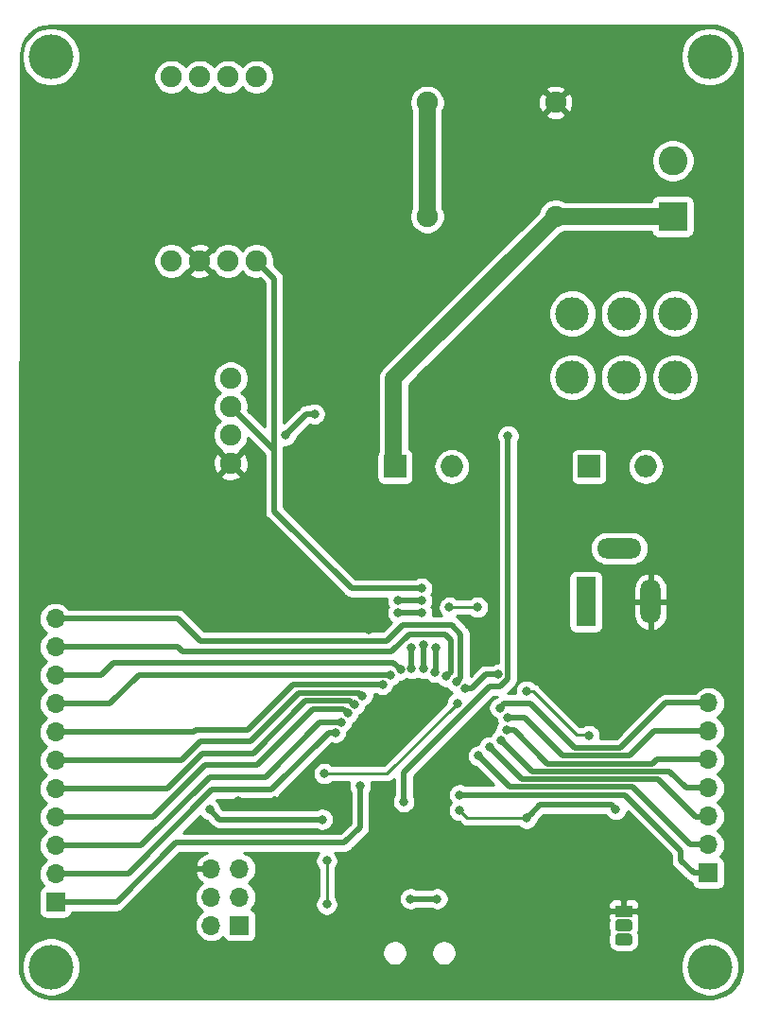
<source format=gbr>
G04 #@! TF.GenerationSoftware,KiCad,Pcbnew,5.1.4*
G04 #@! TF.CreationDate,2019-09-16T18:09:56+12:00*
G04 #@! TF.ProjectId,spiroBoardV2,73706972-6f42-46f6-9172-6456322e6b69,rev?*
G04 #@! TF.SameCoordinates,Original*
G04 #@! TF.FileFunction,Copper,L1,Top*
G04 #@! TF.FilePolarity,Positive*
%FSLAX46Y46*%
G04 Gerber Fmt 4.6, Leading zero omitted, Abs format (unit mm)*
G04 Created by KiCad (PCBNEW 5.1.4) date 2019-09-16 18:09:56*
%MOMM*%
%LPD*%
G04 APERTURE LIST*
%ADD10C,1.900000*%
%ADD11C,4.000000*%
%ADD12O,4.000000X1.800000*%
%ADD13O,1.800000X4.000000*%
%ADD14R,1.800000X4.400000*%
%ADD15R,2.600000X2.600000*%
%ADD16C,2.600000*%
%ADD17R,1.700000X1.700000*%
%ADD18O,1.700000X1.700000*%
%ADD19C,0.100000*%
%ADD20C,1.050000*%
%ADD21R,1.500000X1.050000*%
%ADD22C,3.000000*%
%ADD23R,2.000000X2.000000*%
%ADD24O,2.000000X2.000000*%
%ADD25C,0.800000*%
%ADD26C,0.250000*%
%ADD27C,0.500000*%
%ADD28C,1.500000*%
%ADD29C,0.254000*%
G04 APERTURE END LIST*
D10*
X113200000Y-83800000D03*
X101700000Y-83800000D03*
X113200000Y-73600000D03*
X101700000Y-73600000D03*
D11*
X127000000Y-69500000D03*
X127000000Y-151000000D03*
X68000000Y-151000000D03*
X68000000Y-69500000D03*
D12*
X118900000Y-113500000D03*
D13*
X121700000Y-118300000D03*
D14*
X115900000Y-118300000D03*
D15*
X123700000Y-83800000D03*
D16*
X123700000Y-78800000D03*
D17*
X84900000Y-147300000D03*
D18*
X82360000Y-147300000D03*
X84900000Y-144760000D03*
X82360000Y-144760000D03*
X84900000Y-142220000D03*
X82360000Y-142220000D03*
D10*
X86400000Y-71300000D03*
X86400000Y-87789999D03*
X83860000Y-71300000D03*
X83860000Y-87789999D03*
X81320000Y-71300000D03*
X81320000Y-87789999D03*
X78780000Y-71300000D03*
X78780000Y-87789999D03*
X84100000Y-98300000D03*
X84100000Y-100840000D03*
X84100000Y-103380000D03*
X84100000Y-105920000D03*
D19*
G36*
X119813229Y-146746264D02*
G01*
X119838711Y-146750044D01*
X119863700Y-146756303D01*
X119887954Y-146764982D01*
X119911242Y-146775996D01*
X119933337Y-146789239D01*
X119954028Y-146804585D01*
X119973116Y-146821884D01*
X119990415Y-146840972D01*
X120005761Y-146861663D01*
X120019004Y-146883758D01*
X120030018Y-146907046D01*
X120038697Y-146931300D01*
X120044956Y-146956289D01*
X120048736Y-146981771D01*
X120050000Y-147007500D01*
X120050000Y-147532500D01*
X120048736Y-147558229D01*
X120044956Y-147583711D01*
X120038697Y-147608700D01*
X120030018Y-147632954D01*
X120019004Y-147656242D01*
X120005761Y-147678337D01*
X119990415Y-147699028D01*
X119973116Y-147718116D01*
X119954028Y-147735415D01*
X119933337Y-147750761D01*
X119911242Y-147764004D01*
X119887954Y-147775018D01*
X119863700Y-147783697D01*
X119838711Y-147789956D01*
X119813229Y-147793736D01*
X119787500Y-147795000D01*
X118812500Y-147795000D01*
X118786771Y-147793736D01*
X118761289Y-147789956D01*
X118736300Y-147783697D01*
X118712046Y-147775018D01*
X118688758Y-147764004D01*
X118666663Y-147750761D01*
X118645972Y-147735415D01*
X118626884Y-147718116D01*
X118609585Y-147699028D01*
X118594239Y-147678337D01*
X118580996Y-147656242D01*
X118569982Y-147632954D01*
X118561303Y-147608700D01*
X118555044Y-147583711D01*
X118551264Y-147558229D01*
X118550000Y-147532500D01*
X118550000Y-147007500D01*
X118551264Y-146981771D01*
X118555044Y-146956289D01*
X118561303Y-146931300D01*
X118569982Y-146907046D01*
X118580996Y-146883758D01*
X118594239Y-146861663D01*
X118609585Y-146840972D01*
X118626884Y-146821884D01*
X118645972Y-146804585D01*
X118666663Y-146789239D01*
X118688758Y-146775996D01*
X118712046Y-146764982D01*
X118736300Y-146756303D01*
X118761289Y-146750044D01*
X118786771Y-146746264D01*
X118812500Y-146745000D01*
X119787500Y-146745000D01*
X119813229Y-146746264D01*
X119813229Y-146746264D01*
G37*
D20*
X119300000Y-147270000D03*
D19*
G36*
X119813229Y-148016264D02*
G01*
X119838711Y-148020044D01*
X119863700Y-148026303D01*
X119887954Y-148034982D01*
X119911242Y-148045996D01*
X119933337Y-148059239D01*
X119954028Y-148074585D01*
X119973116Y-148091884D01*
X119990415Y-148110972D01*
X120005761Y-148131663D01*
X120019004Y-148153758D01*
X120030018Y-148177046D01*
X120038697Y-148201300D01*
X120044956Y-148226289D01*
X120048736Y-148251771D01*
X120050000Y-148277500D01*
X120050000Y-148802500D01*
X120048736Y-148828229D01*
X120044956Y-148853711D01*
X120038697Y-148878700D01*
X120030018Y-148902954D01*
X120019004Y-148926242D01*
X120005761Y-148948337D01*
X119990415Y-148969028D01*
X119973116Y-148988116D01*
X119954028Y-149005415D01*
X119933337Y-149020761D01*
X119911242Y-149034004D01*
X119887954Y-149045018D01*
X119863700Y-149053697D01*
X119838711Y-149059956D01*
X119813229Y-149063736D01*
X119787500Y-149065000D01*
X118812500Y-149065000D01*
X118786771Y-149063736D01*
X118761289Y-149059956D01*
X118736300Y-149053697D01*
X118712046Y-149045018D01*
X118688758Y-149034004D01*
X118666663Y-149020761D01*
X118645972Y-149005415D01*
X118626884Y-148988116D01*
X118609585Y-148969028D01*
X118594239Y-148948337D01*
X118580996Y-148926242D01*
X118569982Y-148902954D01*
X118561303Y-148878700D01*
X118555044Y-148853711D01*
X118551264Y-148828229D01*
X118550000Y-148802500D01*
X118550000Y-148277500D01*
X118551264Y-148251771D01*
X118555044Y-148226289D01*
X118561303Y-148201300D01*
X118569982Y-148177046D01*
X118580996Y-148153758D01*
X118594239Y-148131663D01*
X118609585Y-148110972D01*
X118626884Y-148091884D01*
X118645972Y-148074585D01*
X118666663Y-148059239D01*
X118688758Y-148045996D01*
X118712046Y-148034982D01*
X118736300Y-148026303D01*
X118761289Y-148020044D01*
X118786771Y-148016264D01*
X118812500Y-148015000D01*
X119787500Y-148015000D01*
X119813229Y-148016264D01*
X119813229Y-148016264D01*
G37*
D20*
X119300000Y-148540000D03*
D21*
X119300000Y-146000000D03*
D22*
X123900000Y-92500000D03*
X123900000Y-98200000D03*
X119300000Y-92500000D03*
X119300000Y-98200000D03*
X114700000Y-92500000D03*
X114700000Y-98200000D03*
D17*
X68400000Y-145200000D03*
D18*
X68400000Y-142660000D03*
X68400000Y-140120000D03*
X68400000Y-137580000D03*
X68400000Y-135040000D03*
X68400000Y-132500000D03*
X68400000Y-129960000D03*
X68400000Y-127420000D03*
X68400000Y-124880000D03*
X68400000Y-122340000D03*
X68400000Y-119800000D03*
D17*
X126900000Y-142600000D03*
D18*
X126900000Y-140060000D03*
X126900000Y-137520000D03*
X126900000Y-134980000D03*
X126900000Y-132440000D03*
X126900000Y-129900000D03*
X126900000Y-127360000D03*
D23*
X116200000Y-106200000D03*
D24*
X121280000Y-106200000D03*
X103900000Y-106200000D03*
D23*
X98820000Y-106200000D03*
D25*
X108800000Y-147200000D03*
X84800000Y-136100000D03*
X90900000Y-133800000D03*
X106800000Y-128200000D03*
X115600000Y-139200000D03*
X94100000Y-138100000D03*
X96500000Y-120800000D03*
X98800000Y-144900000D03*
X80450000Y-143600000D03*
X101000000Y-138500000D03*
X104800000Y-139300000D03*
X110300000Y-121800000D03*
X97200000Y-139000000D03*
X88100000Y-136100000D03*
X99900000Y-129600000D03*
X102800000Y-132400000D03*
X100300000Y-124300000D03*
X100300000Y-122450000D03*
X100200000Y-144900000D03*
X102600000Y-144900000D03*
X101200000Y-117100000D03*
X110600000Y-137700000D03*
X104600000Y-137000000D03*
X118600000Y-136900000D03*
X92500000Y-133700000D03*
X104400000Y-127400000D03*
X110600000Y-126300000D03*
X116200000Y-130300000D03*
X106200000Y-118800000D03*
X103700000Y-118800000D03*
X95700000Y-134800000D03*
X103400000Y-125000000D03*
X104300000Y-125500000D03*
X93500000Y-130000000D03*
X94000000Y-129100000D03*
X94600000Y-128300000D03*
X95200000Y-127500000D03*
X97700000Y-125700000D03*
X95900000Y-126700000D03*
X98400000Y-124900000D03*
X99300000Y-124400000D03*
X104600000Y-135600000D03*
X106300000Y-132100000D03*
X107300000Y-131300000D03*
X108300000Y-130700000D03*
X108800000Y-129800000D03*
X108900000Y-128700000D03*
X108200000Y-127800000D03*
X92700000Y-145400000D03*
X92700000Y-141500000D03*
X92300000Y-137800000D03*
X82200000Y-136900000D03*
X105100000Y-126100000D03*
X108100000Y-124800000D03*
X101200000Y-118200000D03*
X102400000Y-124600000D03*
X102500000Y-122400000D03*
X99100000Y-118200000D03*
X101200000Y-119300000D03*
X101400000Y-124300000D03*
X101400000Y-122200000D03*
X99100000Y-119300000D03*
X89000000Y-103400000D03*
X91600000Y-101500000D03*
X99600000Y-136200000D03*
X108950001Y-103450001D03*
D26*
X101000000Y-138500000D02*
X101800000Y-139300000D01*
X101800000Y-139300000D02*
X104400000Y-139300000D01*
X104400000Y-139300000D02*
X104800000Y-139300000D01*
D27*
X88000000Y-136000000D02*
X88100000Y-136100000D01*
X84800000Y-136100000D02*
X88000000Y-136100000D01*
X100300000Y-124300000D02*
X100300000Y-123734315D01*
X100300000Y-123734315D02*
X100300000Y-123250001D01*
X100300000Y-123250001D02*
X100300000Y-122550000D01*
X100300000Y-122550000D02*
X100200000Y-122450000D01*
X102600000Y-144900000D02*
X100200000Y-144900000D01*
D26*
X110600000Y-137700000D02*
X105300000Y-137700000D01*
X105300000Y-137700000D02*
X104600000Y-137000000D01*
D27*
X110600000Y-137700000D02*
X110999999Y-137300001D01*
X110999999Y-137300001D02*
X111800000Y-136500000D01*
X111800000Y-136500000D02*
X118200000Y-136500000D01*
X118200000Y-136500000D02*
X118600000Y-136900000D01*
X101200000Y-117100000D02*
X94900000Y-117100000D01*
X94900000Y-117100000D02*
X88000000Y-110200000D01*
X88000000Y-89389999D02*
X86400000Y-87789999D01*
X88000000Y-104740000D02*
X88000000Y-107300000D01*
X84100000Y-100840000D02*
X88000000Y-104740000D01*
X88000000Y-110200000D02*
X88000000Y-107300000D01*
X88000000Y-107300000D02*
X88000000Y-89389999D01*
D26*
X92500000Y-133700000D02*
X98100000Y-133700000D01*
X98100000Y-133700000D02*
X104400000Y-127400000D01*
X111165685Y-126300000D02*
X115065685Y-130200000D01*
X110600000Y-126300000D02*
X111165685Y-126300000D01*
X115065685Y-130200000D02*
X116100000Y-130200000D01*
X116100000Y-130200000D02*
X116200000Y-130300000D01*
X106200000Y-118800000D02*
X103700000Y-118800000D01*
D28*
X123700000Y-83800000D02*
X113200000Y-83800000D01*
X98700000Y-106080000D02*
X98820000Y-106200000D01*
X113200000Y-83800000D02*
X98700000Y-98300000D01*
X98700000Y-98300000D02*
X98700000Y-106080000D01*
X101700000Y-83800000D02*
X101700000Y-73600000D01*
D27*
X79200000Y-139900000D02*
X73900000Y-145200000D01*
X73900000Y-145200000D02*
X70300000Y-145200000D01*
X94300000Y-139900000D02*
X79200000Y-139900000D01*
X95700000Y-134800000D02*
X95700000Y-138500000D01*
X95700000Y-138500000D02*
X94300000Y-139900000D01*
X70300000Y-145200000D02*
X68400000Y-145200000D01*
X98500000Y-122800000D02*
X79800000Y-122800000D01*
X103799999Y-124600001D02*
X103799999Y-121699999D01*
X79340000Y-122340000D02*
X70300000Y-122340000D01*
X103400000Y-125000000D02*
X103799999Y-124600001D01*
X103300000Y-121200000D02*
X100100000Y-121200000D01*
X79800000Y-122800000D02*
X79340000Y-122340000D01*
X103799999Y-121699999D02*
X103300000Y-121200000D01*
X100100000Y-121200000D02*
X98500000Y-122800000D01*
X70300000Y-122340000D02*
X68400000Y-122340000D01*
X99500000Y-120400000D02*
X98100000Y-121800000D01*
X103900000Y-120400000D02*
X99500000Y-120400000D01*
X104699999Y-125100001D02*
X104699999Y-121199999D01*
X104300000Y-125500000D02*
X104699999Y-125100001D01*
X104699999Y-121199999D02*
X103900000Y-120400000D01*
X98100000Y-121800000D02*
X81400000Y-121800000D01*
X79400000Y-119800000D02*
X70300000Y-119800000D01*
X81400000Y-121800000D02*
X79400000Y-119800000D01*
X70300000Y-119800000D02*
X68400000Y-119800000D01*
X92934315Y-130000000D02*
X93500000Y-130000000D01*
X87784316Y-135149999D02*
X92934315Y-130000000D01*
X82450001Y-135149999D02*
X87784316Y-135149999D01*
X74940000Y-142660000D02*
X82450001Y-135149999D01*
X70300000Y-142660000D02*
X74940000Y-142660000D01*
X70300000Y-142660000D02*
X68400000Y-142660000D01*
X93550001Y-129149999D02*
X92050001Y-129149999D01*
X94000000Y-129100000D02*
X93600000Y-129100000D01*
X93600000Y-129100000D02*
X93550001Y-129149999D01*
X92050001Y-129149999D02*
X87200000Y-134000000D01*
X70300000Y-140120000D02*
X76080000Y-140120000D01*
X82200000Y-134000000D02*
X87200000Y-134000000D01*
X76080000Y-140120000D02*
X82200000Y-134000000D01*
X70300000Y-140120000D02*
X68400000Y-140120000D01*
X94200001Y-127900001D02*
X91499999Y-127900001D01*
X94600000Y-128300000D02*
X94200001Y-127900001D01*
X91499999Y-127900001D02*
X86500000Y-132900000D01*
X70300000Y-137580000D02*
X77120000Y-137580000D01*
X81800000Y-132900000D02*
X86500000Y-132900000D01*
X77120000Y-137580000D02*
X81800000Y-132900000D01*
X70300000Y-137580000D02*
X68400000Y-137580000D01*
X94757993Y-127199991D02*
X90800009Y-127199991D01*
X95200000Y-127500000D02*
X95058002Y-127500000D01*
X95058002Y-127500000D02*
X94757993Y-127199991D01*
X90800009Y-127199991D02*
X86100000Y-131900000D01*
X70300000Y-135040000D02*
X78460000Y-135040000D01*
X81600000Y-131900000D02*
X86100000Y-131900000D01*
X78460000Y-135040000D02*
X81600000Y-131900000D01*
X70300000Y-135040000D02*
X68400000Y-135040000D01*
X97700000Y-125700000D02*
X89700000Y-125700000D01*
X85600000Y-129800000D02*
X81000000Y-129800000D01*
X81000000Y-129800000D02*
X80840000Y-129960000D01*
X70300000Y-129960000D02*
X68400000Y-129960000D01*
X89700000Y-125700000D02*
X85600000Y-129800000D01*
X80840000Y-129960000D02*
X70300000Y-129960000D01*
X90200019Y-126499981D02*
X85900000Y-130800000D01*
X95599981Y-126499981D02*
X90200019Y-126499981D01*
X95800000Y-126700000D02*
X95599981Y-126499981D01*
X95900000Y-126700000D02*
X95800000Y-126700000D01*
X70300000Y-132500000D02*
X79700000Y-132500000D01*
X81400000Y-130800000D02*
X85900000Y-130800000D01*
X79700000Y-132500000D02*
X81400000Y-130800000D01*
X70300000Y-132500000D02*
X68400000Y-132500000D01*
X73280000Y-127420000D02*
X70300000Y-127420000D01*
X75850001Y-124849999D02*
X73280000Y-127420000D01*
X98108001Y-124849999D02*
X75850001Y-124849999D01*
X98400000Y-124900000D02*
X98158002Y-124900000D01*
X98158002Y-124900000D02*
X98108001Y-124849999D01*
X70300000Y-127420000D02*
X68400000Y-127420000D01*
X99300000Y-124400000D02*
X98700000Y-123800000D01*
X70300000Y-124880000D02*
X72520000Y-124880000D01*
X73600000Y-123800000D02*
X74900000Y-123800000D01*
X98700000Y-123800000D02*
X74900000Y-123800000D01*
X72520000Y-124880000D02*
X73600000Y-123800000D01*
X74900000Y-123800000D02*
X74600000Y-123800000D01*
X70300000Y-124880000D02*
X68400000Y-124880000D01*
X124400000Y-141450000D02*
X125550000Y-142600000D01*
X125550000Y-142600000D02*
X126900000Y-142600000D01*
X124400000Y-140600000D02*
X124400000Y-141450000D01*
X104600000Y-135600000D02*
X119400000Y-135600000D01*
X119400000Y-135600000D02*
X124400000Y-140600000D01*
X125260000Y-140060000D02*
X126900000Y-140060000D01*
X106300000Y-132100000D02*
X109099990Y-134899990D01*
X109099990Y-134899990D02*
X120099990Y-134899990D01*
X120099990Y-134899990D02*
X125260000Y-140060000D01*
X126820000Y-137600000D02*
X126900000Y-137520000D01*
X125800000Y-137600000D02*
X126820000Y-137600000D01*
X122399980Y-134199980D02*
X125800000Y-137600000D01*
X107300000Y-131300000D02*
X110199980Y-134199980D01*
X110199980Y-134199980D02*
X122399980Y-134199980D01*
X108300000Y-130700000D02*
X111099970Y-133499970D01*
X111099970Y-133499970D02*
X123399970Y-133499970D01*
X124880000Y-134980000D02*
X126900000Y-134980000D01*
X123399970Y-133499970D02*
X124880000Y-134980000D01*
X108800000Y-129800000D02*
X109500000Y-129800000D01*
X109500000Y-129800000D02*
X112499960Y-132799960D01*
X112499960Y-132799960D02*
X121900040Y-132799960D01*
X122260000Y-132440000D02*
X126900000Y-132440000D01*
X121900040Y-132799960D02*
X122260000Y-132440000D01*
X108900000Y-128700000D02*
X110400001Y-128700001D01*
X110400001Y-128700001D02*
X113799950Y-132099950D01*
X113799950Y-132099950D02*
X119800050Y-132099950D01*
X122000000Y-129900000D02*
X126900000Y-129900000D01*
X119800050Y-132099950D02*
X122000000Y-129900000D01*
X108600000Y-127400000D02*
X110900000Y-127400000D01*
X108200000Y-127800000D02*
X108600000Y-127400000D01*
X110900000Y-127400000D02*
X114899940Y-131399940D01*
X114899940Y-131399940D02*
X119000060Y-131399940D01*
X123040000Y-127360000D02*
X126900000Y-127360000D01*
X119000060Y-131399940D02*
X123040000Y-127360000D01*
D26*
X92700000Y-141500000D02*
X92700000Y-145400000D01*
D27*
X92300000Y-137800000D02*
X85800000Y-137800000D01*
X85800000Y-137800000D02*
X84000000Y-137800000D01*
X84000000Y-137800000D02*
X83200000Y-137800000D01*
X83200000Y-137800000D02*
X83100000Y-137800000D01*
X83100000Y-137800000D02*
X82200000Y-136900000D01*
X105665685Y-126100000D02*
X106965685Y-124800000D01*
X105100000Y-126100000D02*
X105665685Y-126100000D01*
X106965685Y-124800000D02*
X107900000Y-124800000D01*
X107900000Y-124800000D02*
X108100000Y-124800000D01*
X102500000Y-124500000D02*
X102400000Y-124600000D01*
X102500000Y-122400000D02*
X102500000Y-124500000D01*
X101200000Y-118200000D02*
X99100000Y-118200000D01*
X101400000Y-124300000D02*
X101400000Y-122200000D01*
X101200000Y-119300000D02*
X99100000Y-119300000D01*
X90900000Y-101500000D02*
X91600000Y-101500000D01*
X89000000Y-103400000D02*
X90900000Y-101500000D01*
X99600000Y-136200000D02*
X99600000Y-133600000D01*
X108258002Y-125900000D02*
X108950001Y-125208001D01*
X107300000Y-125900000D02*
X108258002Y-125900000D01*
X108950001Y-103450001D02*
X108950001Y-103450001D01*
X108950001Y-125208001D02*
X108950001Y-103450001D01*
X99600000Y-133600000D02*
X107300000Y-125900000D01*
D29*
G36*
X127096633Y-66696469D02*
G01*
X127645904Y-66733915D01*
X128154975Y-66871273D01*
X128627666Y-67104891D01*
X129045980Y-67425876D01*
X129393981Y-67821997D01*
X129658414Y-68278168D01*
X129829207Y-68777013D01*
X129903574Y-69327047D01*
X129905000Y-69404861D01*
X129898096Y-150768036D01*
X129877056Y-151370542D01*
X129752197Y-151902879D01*
X129526314Y-152400835D01*
X129208017Y-152845429D01*
X128809424Y-153219732D01*
X128345721Y-153509486D01*
X127834566Y-153703656D01*
X127273763Y-153798509D01*
X127087861Y-153805000D01*
X68033991Y-153805000D01*
X67455820Y-153748310D01*
X66932371Y-153590271D01*
X66449581Y-153333568D01*
X66025848Y-152987980D01*
X65677311Y-152566670D01*
X65417245Y-152085687D01*
X65255557Y-151563353D01*
X65195015Y-150987345D01*
X65195317Y-150740475D01*
X65365000Y-150740475D01*
X65365000Y-151259525D01*
X65466261Y-151768601D01*
X65664893Y-152248141D01*
X65953262Y-152679715D01*
X66320285Y-153046738D01*
X66751859Y-153335107D01*
X67231399Y-153533739D01*
X67740475Y-153635000D01*
X68259525Y-153635000D01*
X68768601Y-153533739D01*
X69248141Y-153335107D01*
X69679715Y-153046738D01*
X70046738Y-152679715D01*
X70335107Y-152248141D01*
X70533739Y-151768601D01*
X70635000Y-151259525D01*
X70635000Y-150740475D01*
X70533739Y-150231399D01*
X70335107Y-149751859D01*
X70259171Y-149638212D01*
X97665000Y-149638212D01*
X97665000Y-149861788D01*
X97708617Y-150081067D01*
X97794176Y-150287624D01*
X97918388Y-150473520D01*
X98076480Y-150631612D01*
X98262376Y-150755824D01*
X98468933Y-150841383D01*
X98688212Y-150885000D01*
X98911788Y-150885000D01*
X99131067Y-150841383D01*
X99337624Y-150755824D01*
X99523520Y-150631612D01*
X99681612Y-150473520D01*
X99805824Y-150287624D01*
X99891383Y-150081067D01*
X99935000Y-149861788D01*
X99935000Y-149638212D01*
X102065000Y-149638212D01*
X102065000Y-149861788D01*
X102108617Y-150081067D01*
X102194176Y-150287624D01*
X102318388Y-150473520D01*
X102476480Y-150631612D01*
X102662376Y-150755824D01*
X102868933Y-150841383D01*
X103088212Y-150885000D01*
X103311788Y-150885000D01*
X103531067Y-150841383D01*
X103737624Y-150755824D01*
X103760595Y-150740475D01*
X124365000Y-150740475D01*
X124365000Y-151259525D01*
X124466261Y-151768601D01*
X124664893Y-152248141D01*
X124953262Y-152679715D01*
X125320285Y-153046738D01*
X125751859Y-153335107D01*
X126231399Y-153533739D01*
X126740475Y-153635000D01*
X127259525Y-153635000D01*
X127768601Y-153533739D01*
X128248141Y-153335107D01*
X128679715Y-153046738D01*
X129046738Y-152679715D01*
X129335107Y-152248141D01*
X129533739Y-151768601D01*
X129635000Y-151259525D01*
X129635000Y-150740475D01*
X129533739Y-150231399D01*
X129335107Y-149751859D01*
X129046738Y-149320285D01*
X128679715Y-148953262D01*
X128248141Y-148664893D01*
X127768601Y-148466261D01*
X127259525Y-148365000D01*
X126740475Y-148365000D01*
X126231399Y-148466261D01*
X125751859Y-148664893D01*
X125320285Y-148953262D01*
X124953262Y-149320285D01*
X124664893Y-149751859D01*
X124466261Y-150231399D01*
X124365000Y-150740475D01*
X103760595Y-150740475D01*
X103923520Y-150631612D01*
X104081612Y-150473520D01*
X104205824Y-150287624D01*
X104291383Y-150081067D01*
X104335000Y-149861788D01*
X104335000Y-149638212D01*
X104291383Y-149418933D01*
X104205824Y-149212376D01*
X104081612Y-149026480D01*
X103923520Y-148868388D01*
X103737624Y-148744176D01*
X103531067Y-148658617D01*
X103311788Y-148615000D01*
X103088212Y-148615000D01*
X102868933Y-148658617D01*
X102662376Y-148744176D01*
X102476480Y-148868388D01*
X102318388Y-149026480D01*
X102194176Y-149212376D01*
X102108617Y-149418933D01*
X102065000Y-149638212D01*
X99935000Y-149638212D01*
X99891383Y-149418933D01*
X99805824Y-149212376D01*
X99681612Y-149026480D01*
X99523520Y-148868388D01*
X99337624Y-148744176D01*
X99131067Y-148658617D01*
X98911788Y-148615000D01*
X98688212Y-148615000D01*
X98468933Y-148658617D01*
X98262376Y-148744176D01*
X98076480Y-148868388D01*
X97918388Y-149026480D01*
X97794176Y-149212376D01*
X97708617Y-149418933D01*
X97665000Y-149638212D01*
X70259171Y-149638212D01*
X70046738Y-149320285D01*
X69679715Y-148953262D01*
X69248141Y-148664893D01*
X68768601Y-148466261D01*
X68259525Y-148365000D01*
X67740475Y-148365000D01*
X67231399Y-148466261D01*
X66751859Y-148664893D01*
X66320285Y-148953262D01*
X65953262Y-149320285D01*
X65664893Y-149751859D01*
X65466261Y-150231399D01*
X65365000Y-150740475D01*
X65195317Y-150740475D01*
X65233234Y-119800000D01*
X66907815Y-119800000D01*
X66936487Y-120091111D01*
X67021401Y-120371034D01*
X67159294Y-120629014D01*
X67344866Y-120855134D01*
X67570986Y-121040706D01*
X67625791Y-121070000D01*
X67570986Y-121099294D01*
X67344866Y-121284866D01*
X67159294Y-121510986D01*
X67021401Y-121768966D01*
X66936487Y-122048889D01*
X66907815Y-122340000D01*
X66936487Y-122631111D01*
X67021401Y-122911034D01*
X67159294Y-123169014D01*
X67344866Y-123395134D01*
X67570986Y-123580706D01*
X67625791Y-123610000D01*
X67570986Y-123639294D01*
X67344866Y-123824866D01*
X67159294Y-124050986D01*
X67021401Y-124308966D01*
X66936487Y-124588889D01*
X66907815Y-124880000D01*
X66936487Y-125171111D01*
X67021401Y-125451034D01*
X67159294Y-125709014D01*
X67344866Y-125935134D01*
X67570986Y-126120706D01*
X67625791Y-126150000D01*
X67570986Y-126179294D01*
X67344866Y-126364866D01*
X67159294Y-126590986D01*
X67021401Y-126848966D01*
X66936487Y-127128889D01*
X66907815Y-127420000D01*
X66936487Y-127711111D01*
X67021401Y-127991034D01*
X67159294Y-128249014D01*
X67344866Y-128475134D01*
X67570986Y-128660706D01*
X67625791Y-128690000D01*
X67570986Y-128719294D01*
X67344866Y-128904866D01*
X67159294Y-129130986D01*
X67021401Y-129388966D01*
X66936487Y-129668889D01*
X66907815Y-129960000D01*
X66936487Y-130251111D01*
X67021401Y-130531034D01*
X67159294Y-130789014D01*
X67344866Y-131015134D01*
X67570986Y-131200706D01*
X67625791Y-131230000D01*
X67570986Y-131259294D01*
X67344866Y-131444866D01*
X67159294Y-131670986D01*
X67021401Y-131928966D01*
X66936487Y-132208889D01*
X66907815Y-132500000D01*
X66936487Y-132791111D01*
X67021401Y-133071034D01*
X67159294Y-133329014D01*
X67344866Y-133555134D01*
X67570986Y-133740706D01*
X67625791Y-133770000D01*
X67570986Y-133799294D01*
X67344866Y-133984866D01*
X67159294Y-134210986D01*
X67021401Y-134468966D01*
X66936487Y-134748889D01*
X66907815Y-135040000D01*
X66936487Y-135331111D01*
X67021401Y-135611034D01*
X67159294Y-135869014D01*
X67344866Y-136095134D01*
X67570986Y-136280706D01*
X67625791Y-136310000D01*
X67570986Y-136339294D01*
X67344866Y-136524866D01*
X67159294Y-136750986D01*
X67021401Y-137008966D01*
X66936487Y-137288889D01*
X66907815Y-137580000D01*
X66936487Y-137871111D01*
X67021401Y-138151034D01*
X67159294Y-138409014D01*
X67344866Y-138635134D01*
X67570986Y-138820706D01*
X67625791Y-138850000D01*
X67570986Y-138879294D01*
X67344866Y-139064866D01*
X67159294Y-139290986D01*
X67021401Y-139548966D01*
X66936487Y-139828889D01*
X66907815Y-140120000D01*
X66936487Y-140411111D01*
X67021401Y-140691034D01*
X67159294Y-140949014D01*
X67344866Y-141175134D01*
X67570986Y-141360706D01*
X67625791Y-141390000D01*
X67570986Y-141419294D01*
X67344866Y-141604866D01*
X67159294Y-141830986D01*
X67021401Y-142088966D01*
X66936487Y-142368889D01*
X66907815Y-142660000D01*
X66936487Y-142951111D01*
X67021401Y-143231034D01*
X67159294Y-143489014D01*
X67344866Y-143715134D01*
X67374687Y-143739607D01*
X67305820Y-143760498D01*
X67195506Y-143819463D01*
X67098815Y-143898815D01*
X67019463Y-143995506D01*
X66960498Y-144105820D01*
X66924188Y-144225518D01*
X66911928Y-144350000D01*
X66911928Y-146050000D01*
X66924188Y-146174482D01*
X66960498Y-146294180D01*
X67019463Y-146404494D01*
X67098815Y-146501185D01*
X67195506Y-146580537D01*
X67305820Y-146639502D01*
X67425518Y-146675812D01*
X67550000Y-146688072D01*
X69250000Y-146688072D01*
X69374482Y-146675812D01*
X69494180Y-146639502D01*
X69604494Y-146580537D01*
X69701185Y-146501185D01*
X69780537Y-146404494D01*
X69839502Y-146294180D01*
X69875812Y-146174482D01*
X69884625Y-146085000D01*
X73856531Y-146085000D01*
X73900000Y-146089281D01*
X73943469Y-146085000D01*
X73943477Y-146085000D01*
X74073490Y-146072195D01*
X74240313Y-146021589D01*
X74394059Y-145939411D01*
X74528817Y-145828817D01*
X74556534Y-145795044D01*
X79566579Y-140785000D01*
X81984839Y-140785000D01*
X81728748Y-140875843D01*
X81478645Y-141024822D01*
X81262412Y-141219731D01*
X81088359Y-141453080D01*
X80963175Y-141715901D01*
X80918524Y-141863110D01*
X81039845Y-142093000D01*
X82233000Y-142093000D01*
X82233000Y-142073000D01*
X82487000Y-142073000D01*
X82487000Y-142093000D01*
X82507000Y-142093000D01*
X82507000Y-142347000D01*
X82487000Y-142347000D01*
X82487000Y-142367000D01*
X82233000Y-142367000D01*
X82233000Y-142347000D01*
X81039845Y-142347000D01*
X80918524Y-142576890D01*
X80963175Y-142724099D01*
X81088359Y-142986920D01*
X81262412Y-143220269D01*
X81478645Y-143415178D01*
X81595523Y-143484799D01*
X81530986Y-143519294D01*
X81304866Y-143704866D01*
X81119294Y-143930986D01*
X80981401Y-144188966D01*
X80896487Y-144468889D01*
X80867815Y-144760000D01*
X80896487Y-145051111D01*
X80981401Y-145331034D01*
X81119294Y-145589014D01*
X81304866Y-145815134D01*
X81530986Y-146000706D01*
X81585791Y-146030000D01*
X81530986Y-146059294D01*
X81304866Y-146244866D01*
X81119294Y-146470986D01*
X80981401Y-146728966D01*
X80896487Y-147008889D01*
X80867815Y-147300000D01*
X80896487Y-147591111D01*
X80981401Y-147871034D01*
X81119294Y-148129014D01*
X81304866Y-148355134D01*
X81530986Y-148540706D01*
X81788966Y-148678599D01*
X82068889Y-148763513D01*
X82287050Y-148785000D01*
X82432950Y-148785000D01*
X82651111Y-148763513D01*
X82931034Y-148678599D01*
X83189014Y-148540706D01*
X83415134Y-148355134D01*
X83439607Y-148325313D01*
X83460498Y-148394180D01*
X83519463Y-148504494D01*
X83598815Y-148601185D01*
X83695506Y-148680537D01*
X83805820Y-148739502D01*
X83925518Y-148775812D01*
X84050000Y-148788072D01*
X85750000Y-148788072D01*
X85874482Y-148775812D01*
X85994180Y-148739502D01*
X86104494Y-148680537D01*
X86201185Y-148601185D01*
X86280537Y-148504494D01*
X86339502Y-148394180D01*
X86375812Y-148274482D01*
X86388072Y-148150000D01*
X86388072Y-146525000D01*
X117911928Y-146525000D01*
X117924188Y-146649482D01*
X117954364Y-146748959D01*
X117929232Y-146831807D01*
X117911928Y-147007500D01*
X117911928Y-147532500D01*
X117929232Y-147708193D01*
X117980480Y-147877134D01*
X117995375Y-147905000D01*
X117980480Y-147932866D01*
X117929232Y-148101807D01*
X117911928Y-148277500D01*
X117911928Y-148802500D01*
X117929232Y-148978193D01*
X117980480Y-149147134D01*
X118063702Y-149302831D01*
X118175699Y-149439301D01*
X118312169Y-149551298D01*
X118467866Y-149634520D01*
X118636807Y-149685768D01*
X118812500Y-149703072D01*
X119787500Y-149703072D01*
X119963193Y-149685768D01*
X120132134Y-149634520D01*
X120287831Y-149551298D01*
X120424301Y-149439301D01*
X120536298Y-149302831D01*
X120619520Y-149147134D01*
X120670768Y-148978193D01*
X120688072Y-148802500D01*
X120688072Y-148277500D01*
X120670768Y-148101807D01*
X120619520Y-147932866D01*
X120604625Y-147905000D01*
X120619520Y-147877134D01*
X120670768Y-147708193D01*
X120688072Y-147532500D01*
X120688072Y-147007500D01*
X120670768Y-146831807D01*
X120645636Y-146748959D01*
X120675812Y-146649482D01*
X120688072Y-146525000D01*
X120685000Y-146285750D01*
X120526250Y-146127000D01*
X119972318Y-146127000D01*
X119963193Y-146124232D01*
X119787500Y-146106928D01*
X118812500Y-146106928D01*
X118636807Y-146124232D01*
X118627682Y-146127000D01*
X118073750Y-146127000D01*
X117915000Y-146285750D01*
X117911928Y-146525000D01*
X86388072Y-146525000D01*
X86388072Y-146450000D01*
X86375812Y-146325518D01*
X86339502Y-146205820D01*
X86280537Y-146095506D01*
X86201185Y-145998815D01*
X86104494Y-145919463D01*
X85994180Y-145860498D01*
X85925313Y-145839607D01*
X85955134Y-145815134D01*
X86140706Y-145589014D01*
X86278599Y-145331034D01*
X86363513Y-145051111D01*
X86392185Y-144760000D01*
X86363513Y-144468889D01*
X86278599Y-144188966D01*
X86140706Y-143930986D01*
X85955134Y-143704866D01*
X85729014Y-143519294D01*
X85674209Y-143490000D01*
X85729014Y-143460706D01*
X85955134Y-143275134D01*
X86140706Y-143049014D01*
X86278599Y-142791034D01*
X86363513Y-142511111D01*
X86392185Y-142220000D01*
X86363513Y-141928889D01*
X86278599Y-141648966D01*
X86140706Y-141390986D01*
X85955134Y-141164866D01*
X85729014Y-140979294D01*
X85471034Y-140841401D01*
X85285105Y-140785000D01*
X91951289Y-140785000D01*
X91896063Y-140840226D01*
X91782795Y-141009744D01*
X91704774Y-141198102D01*
X91665000Y-141398061D01*
X91665000Y-141601939D01*
X91704774Y-141801898D01*
X91782795Y-141990256D01*
X91896063Y-142159774D01*
X91940000Y-142203711D01*
X91940001Y-144696288D01*
X91896063Y-144740226D01*
X91782795Y-144909744D01*
X91704774Y-145098102D01*
X91665000Y-145298061D01*
X91665000Y-145501939D01*
X91704774Y-145701898D01*
X91782795Y-145890256D01*
X91896063Y-146059774D01*
X92040226Y-146203937D01*
X92209744Y-146317205D01*
X92398102Y-146395226D01*
X92598061Y-146435000D01*
X92801939Y-146435000D01*
X93001898Y-146395226D01*
X93190256Y-146317205D01*
X93359774Y-146203937D01*
X93503937Y-146059774D01*
X93617205Y-145890256D01*
X93695226Y-145701898D01*
X93735000Y-145501939D01*
X93735000Y-145298061D01*
X93695226Y-145098102D01*
X93617205Y-144909744D01*
X93542582Y-144798061D01*
X99165000Y-144798061D01*
X99165000Y-145001939D01*
X99204774Y-145201898D01*
X99282795Y-145390256D01*
X99396063Y-145559774D01*
X99540226Y-145703937D01*
X99709744Y-145817205D01*
X99898102Y-145895226D01*
X100098061Y-145935000D01*
X100301939Y-145935000D01*
X100501898Y-145895226D01*
X100690256Y-145817205D01*
X100738454Y-145785000D01*
X102061546Y-145785000D01*
X102109744Y-145817205D01*
X102298102Y-145895226D01*
X102498061Y-145935000D01*
X102701939Y-145935000D01*
X102901898Y-145895226D01*
X103090256Y-145817205D01*
X103259774Y-145703937D01*
X103403937Y-145559774D01*
X103460581Y-145475000D01*
X117911928Y-145475000D01*
X117915000Y-145714250D01*
X118073750Y-145873000D01*
X119173000Y-145873000D01*
X119173000Y-144998750D01*
X119427000Y-144998750D01*
X119427000Y-145873000D01*
X120526250Y-145873000D01*
X120685000Y-145714250D01*
X120688072Y-145475000D01*
X120675812Y-145350518D01*
X120639502Y-145230820D01*
X120580537Y-145120506D01*
X120501185Y-145023815D01*
X120404494Y-144944463D01*
X120294180Y-144885498D01*
X120174482Y-144849188D01*
X120050000Y-144836928D01*
X119585750Y-144840000D01*
X119427000Y-144998750D01*
X119173000Y-144998750D01*
X119014250Y-144840000D01*
X118550000Y-144836928D01*
X118425518Y-144849188D01*
X118305820Y-144885498D01*
X118195506Y-144944463D01*
X118098815Y-145023815D01*
X118019463Y-145120506D01*
X117960498Y-145230820D01*
X117924188Y-145350518D01*
X117911928Y-145475000D01*
X103460581Y-145475000D01*
X103517205Y-145390256D01*
X103595226Y-145201898D01*
X103635000Y-145001939D01*
X103635000Y-144798061D01*
X103595226Y-144598102D01*
X103517205Y-144409744D01*
X103403937Y-144240226D01*
X103259774Y-144096063D01*
X103090256Y-143982795D01*
X102901898Y-143904774D01*
X102701939Y-143865000D01*
X102498061Y-143865000D01*
X102298102Y-143904774D01*
X102109744Y-143982795D01*
X102061546Y-144015000D01*
X100738454Y-144015000D01*
X100690256Y-143982795D01*
X100501898Y-143904774D01*
X100301939Y-143865000D01*
X100098061Y-143865000D01*
X99898102Y-143904774D01*
X99709744Y-143982795D01*
X99540226Y-144096063D01*
X99396063Y-144240226D01*
X99282795Y-144409744D01*
X99204774Y-144598102D01*
X99165000Y-144798061D01*
X93542582Y-144798061D01*
X93503937Y-144740226D01*
X93460000Y-144696289D01*
X93460000Y-142203711D01*
X93503937Y-142159774D01*
X93617205Y-141990256D01*
X93695226Y-141801898D01*
X93735000Y-141601939D01*
X93735000Y-141398061D01*
X93695226Y-141198102D01*
X93617205Y-141009744D01*
X93503937Y-140840226D01*
X93448711Y-140785000D01*
X94256531Y-140785000D01*
X94300000Y-140789281D01*
X94343469Y-140785000D01*
X94343477Y-140785000D01*
X94473490Y-140772195D01*
X94640313Y-140721589D01*
X94794059Y-140639411D01*
X94928817Y-140528817D01*
X94956534Y-140495044D01*
X96295049Y-139156530D01*
X96328817Y-139128817D01*
X96370185Y-139078411D01*
X96439410Y-138994060D01*
X96439411Y-138994059D01*
X96521589Y-138840313D01*
X96558934Y-138717205D01*
X96572195Y-138673491D01*
X96575986Y-138635000D01*
X96585000Y-138543477D01*
X96585000Y-138543469D01*
X96589281Y-138500000D01*
X96585000Y-138456531D01*
X96585000Y-135338454D01*
X96617205Y-135290256D01*
X96695226Y-135101898D01*
X96735000Y-134901939D01*
X96735000Y-134698061D01*
X96695226Y-134498102D01*
X96679444Y-134460000D01*
X98062678Y-134460000D01*
X98100000Y-134463676D01*
X98137322Y-134460000D01*
X98137333Y-134460000D01*
X98248986Y-134449003D01*
X98392247Y-134405546D01*
X98524276Y-134334974D01*
X98640001Y-134240001D01*
X98663804Y-134210997D01*
X98715001Y-134159800D01*
X98715000Y-135661545D01*
X98682795Y-135709744D01*
X98604774Y-135898102D01*
X98565000Y-136098061D01*
X98565000Y-136301939D01*
X98604774Y-136501898D01*
X98682795Y-136690256D01*
X98796063Y-136859774D01*
X98940226Y-137003937D01*
X99109744Y-137117205D01*
X99298102Y-137195226D01*
X99498061Y-137235000D01*
X99701939Y-137235000D01*
X99901898Y-137195226D01*
X100090256Y-137117205D01*
X100259774Y-137003937D01*
X100403937Y-136859774D01*
X100517205Y-136690256D01*
X100595226Y-136501898D01*
X100635000Y-136301939D01*
X100635000Y-136098061D01*
X100595226Y-135898102D01*
X100517205Y-135709744D01*
X100485000Y-135661546D01*
X100485000Y-133966578D01*
X107666579Y-126785000D01*
X107959844Y-126785000D01*
X107952495Y-126793955D01*
X107898102Y-126804774D01*
X107709744Y-126882795D01*
X107540226Y-126996063D01*
X107396063Y-127140226D01*
X107282795Y-127309744D01*
X107204774Y-127498102D01*
X107165000Y-127698061D01*
X107165000Y-127901939D01*
X107204774Y-128101898D01*
X107282795Y-128290256D01*
X107396063Y-128459774D01*
X107540226Y-128603937D01*
X107709744Y-128717205D01*
X107865000Y-128781515D01*
X107865000Y-128801939D01*
X107904774Y-129001898D01*
X107975080Y-129171630D01*
X107882795Y-129309744D01*
X107804774Y-129498102D01*
X107765000Y-129698061D01*
X107765000Y-129812692D01*
X107640226Y-129896063D01*
X107496063Y-130040226D01*
X107382795Y-130209744D01*
X107359907Y-130265000D01*
X107198061Y-130265000D01*
X106998102Y-130304774D01*
X106809744Y-130382795D01*
X106640226Y-130496063D01*
X106496063Y-130640226D01*
X106382795Y-130809744D01*
X106304774Y-130998102D01*
X106291467Y-131065000D01*
X106198061Y-131065000D01*
X105998102Y-131104774D01*
X105809744Y-131182795D01*
X105640226Y-131296063D01*
X105496063Y-131440226D01*
X105382795Y-131609744D01*
X105304774Y-131798102D01*
X105265000Y-131998061D01*
X105265000Y-132201939D01*
X105304774Y-132401898D01*
X105382795Y-132590256D01*
X105496063Y-132759774D01*
X105640226Y-132903937D01*
X105809744Y-133017205D01*
X105998102Y-133095226D01*
X106054957Y-133106535D01*
X107663421Y-134715000D01*
X105138454Y-134715000D01*
X105090256Y-134682795D01*
X104901898Y-134604774D01*
X104701939Y-134565000D01*
X104498061Y-134565000D01*
X104298102Y-134604774D01*
X104109744Y-134682795D01*
X103940226Y-134796063D01*
X103796063Y-134940226D01*
X103682795Y-135109744D01*
X103604774Y-135298102D01*
X103565000Y-135498061D01*
X103565000Y-135701939D01*
X103604774Y-135901898D01*
X103682795Y-136090256D01*
X103796063Y-136259774D01*
X103836289Y-136300000D01*
X103796063Y-136340226D01*
X103682795Y-136509744D01*
X103604774Y-136698102D01*
X103565000Y-136898061D01*
X103565000Y-137101939D01*
X103604774Y-137301898D01*
X103682795Y-137490256D01*
X103796063Y-137659774D01*
X103940226Y-137803937D01*
X104109744Y-137917205D01*
X104298102Y-137995226D01*
X104498061Y-138035000D01*
X104560198Y-138035000D01*
X104736205Y-138211008D01*
X104759999Y-138240001D01*
X104788992Y-138263795D01*
X104788996Y-138263799D01*
X104856759Y-138319410D01*
X104875724Y-138334974D01*
X105007753Y-138405546D01*
X105151014Y-138449003D01*
X105262667Y-138460000D01*
X105262676Y-138460000D01*
X105299999Y-138463676D01*
X105337322Y-138460000D01*
X109896289Y-138460000D01*
X109940226Y-138503937D01*
X110109744Y-138617205D01*
X110298102Y-138695226D01*
X110498061Y-138735000D01*
X110701939Y-138735000D01*
X110901898Y-138695226D01*
X111090256Y-138617205D01*
X111259774Y-138503937D01*
X111403937Y-138359774D01*
X111517205Y-138190256D01*
X111595226Y-138001898D01*
X111606535Y-137945043D01*
X111656531Y-137895047D01*
X112166579Y-137385000D01*
X117680618Y-137385000D01*
X117682795Y-137390256D01*
X117796063Y-137559774D01*
X117940226Y-137703937D01*
X118109744Y-137817205D01*
X118298102Y-137895226D01*
X118498061Y-137935000D01*
X118701939Y-137935000D01*
X118901898Y-137895226D01*
X119090256Y-137817205D01*
X119259774Y-137703937D01*
X119403937Y-137559774D01*
X119517205Y-137390256D01*
X119595226Y-137201898D01*
X119620958Y-137072536D01*
X123515000Y-140966579D01*
X123515000Y-141406531D01*
X123510719Y-141450000D01*
X123515000Y-141493469D01*
X123515000Y-141493477D01*
X123520075Y-141545000D01*
X123527805Y-141623490D01*
X123578412Y-141790313D01*
X123660590Y-141944059D01*
X123743468Y-142045046D01*
X123743471Y-142045049D01*
X123771184Y-142078817D01*
X123804951Y-142106529D01*
X124893470Y-143195049D01*
X124921183Y-143228817D01*
X124954951Y-143256530D01*
X124954953Y-143256532D01*
X125055941Y-143339411D01*
X125209686Y-143421589D01*
X125303344Y-143450000D01*
X125376510Y-143472195D01*
X125414482Y-143475935D01*
X125424188Y-143574482D01*
X125460498Y-143694180D01*
X125519463Y-143804494D01*
X125598815Y-143901185D01*
X125695506Y-143980537D01*
X125805820Y-144039502D01*
X125925518Y-144075812D01*
X126050000Y-144088072D01*
X127750000Y-144088072D01*
X127874482Y-144075812D01*
X127994180Y-144039502D01*
X128104494Y-143980537D01*
X128201185Y-143901185D01*
X128280537Y-143804494D01*
X128339502Y-143694180D01*
X128375812Y-143574482D01*
X128388072Y-143450000D01*
X128388072Y-141750000D01*
X128375812Y-141625518D01*
X128339502Y-141505820D01*
X128280537Y-141395506D01*
X128201185Y-141298815D01*
X128104494Y-141219463D01*
X127994180Y-141160498D01*
X127925313Y-141139607D01*
X127955134Y-141115134D01*
X128140706Y-140889014D01*
X128278599Y-140631034D01*
X128363513Y-140351111D01*
X128392185Y-140060000D01*
X128363513Y-139768889D01*
X128278599Y-139488966D01*
X128140706Y-139230986D01*
X127955134Y-139004866D01*
X127729014Y-138819294D01*
X127674209Y-138790000D01*
X127729014Y-138760706D01*
X127955134Y-138575134D01*
X128140706Y-138349014D01*
X128278599Y-138091034D01*
X128363513Y-137811111D01*
X128392185Y-137520000D01*
X128363513Y-137228889D01*
X128278599Y-136948966D01*
X128140706Y-136690986D01*
X127955134Y-136464866D01*
X127729014Y-136279294D01*
X127674209Y-136250000D01*
X127729014Y-136220706D01*
X127955134Y-136035134D01*
X128140706Y-135809014D01*
X128278599Y-135551034D01*
X128363513Y-135271111D01*
X128392185Y-134980000D01*
X128363513Y-134688889D01*
X128278599Y-134408966D01*
X128140706Y-134150986D01*
X127955134Y-133924866D01*
X127729014Y-133739294D01*
X127674209Y-133710000D01*
X127729014Y-133680706D01*
X127955134Y-133495134D01*
X128140706Y-133269014D01*
X128278599Y-133011034D01*
X128363513Y-132731111D01*
X128392185Y-132440000D01*
X128363513Y-132148889D01*
X128278599Y-131868966D01*
X128140706Y-131610986D01*
X127955134Y-131384866D01*
X127729014Y-131199294D01*
X127674209Y-131170000D01*
X127729014Y-131140706D01*
X127955134Y-130955134D01*
X128140706Y-130729014D01*
X128278599Y-130471034D01*
X128363513Y-130191111D01*
X128392185Y-129900000D01*
X128363513Y-129608889D01*
X128278599Y-129328966D01*
X128140706Y-129070986D01*
X127955134Y-128844866D01*
X127729014Y-128659294D01*
X127674209Y-128630000D01*
X127729014Y-128600706D01*
X127955134Y-128415134D01*
X128140706Y-128189014D01*
X128278599Y-127931034D01*
X128363513Y-127651111D01*
X128392185Y-127360000D01*
X128363513Y-127068889D01*
X128278599Y-126788966D01*
X128140706Y-126530986D01*
X127955134Y-126304866D01*
X127729014Y-126119294D01*
X127471034Y-125981401D01*
X127191111Y-125896487D01*
X126972950Y-125875000D01*
X126827050Y-125875000D01*
X126608889Y-125896487D01*
X126328966Y-125981401D01*
X126070986Y-126119294D01*
X125844866Y-126304866D01*
X125705241Y-126475000D01*
X123083469Y-126475000D01*
X123040000Y-126470719D01*
X122996531Y-126475000D01*
X122996523Y-126475000D01*
X122881306Y-126486348D01*
X122866509Y-126487805D01*
X122826372Y-126499981D01*
X122699687Y-126538411D01*
X122545941Y-126620589D01*
X122526768Y-126636324D01*
X122444953Y-126703468D01*
X122444951Y-126703470D01*
X122411183Y-126731183D01*
X122383470Y-126764951D01*
X118633482Y-130514940D01*
X117212523Y-130514940D01*
X117235000Y-130401939D01*
X117235000Y-130198061D01*
X117195226Y-129998102D01*
X117117205Y-129809744D01*
X117003937Y-129640226D01*
X116859774Y-129496063D01*
X116690256Y-129382795D01*
X116501898Y-129304774D01*
X116301939Y-129265000D01*
X116098061Y-129265000D01*
X115898102Y-129304774D01*
X115709744Y-129382795D01*
X115624130Y-129440000D01*
X115380487Y-129440000D01*
X111729489Y-125789003D01*
X111705686Y-125759999D01*
X111589961Y-125665026D01*
X111457932Y-125594454D01*
X111314724Y-125551013D01*
X111259774Y-125496063D01*
X111090256Y-125382795D01*
X110901898Y-125304774D01*
X110701939Y-125265000D01*
X110498061Y-125265000D01*
X110298102Y-125304774D01*
X110109744Y-125382795D01*
X109940226Y-125496063D01*
X109796063Y-125640226D01*
X109682795Y-125809744D01*
X109604774Y-125998102D01*
X109565000Y-126198061D01*
X109565000Y-126401939D01*
X109587489Y-126515000D01*
X108898158Y-126515000D01*
X108914536Y-126495044D01*
X109545051Y-125864530D01*
X109578818Y-125836818D01*
X109607477Y-125801898D01*
X109683705Y-125709014D01*
X109689412Y-125702060D01*
X109771590Y-125548314D01*
X109822196Y-125381491D01*
X109835001Y-125251478D01*
X109835001Y-125251468D01*
X109839282Y-125208002D01*
X109835001Y-125164536D01*
X109835001Y-116100000D01*
X114361928Y-116100000D01*
X114361928Y-120500000D01*
X114374188Y-120624482D01*
X114410498Y-120744180D01*
X114469463Y-120854494D01*
X114548815Y-120951185D01*
X114645506Y-121030537D01*
X114755820Y-121089502D01*
X114875518Y-121125812D01*
X115000000Y-121138072D01*
X116800000Y-121138072D01*
X116924482Y-121125812D01*
X117044180Y-121089502D01*
X117154494Y-121030537D01*
X117251185Y-120951185D01*
X117330537Y-120854494D01*
X117389502Y-120744180D01*
X117425812Y-120624482D01*
X117438072Y-120500000D01*
X117438072Y-118427000D01*
X120165000Y-118427000D01*
X120165000Y-119527000D01*
X120219271Y-119824023D01*
X120330446Y-120104751D01*
X120494252Y-120358396D01*
X120704394Y-120575210D01*
X120952796Y-120746862D01*
X121229913Y-120866755D01*
X121335260Y-120891036D01*
X121573000Y-120770378D01*
X121573000Y-118427000D01*
X121827000Y-118427000D01*
X121827000Y-120770378D01*
X122064740Y-120891036D01*
X122170087Y-120866755D01*
X122447204Y-120746862D01*
X122695606Y-120575210D01*
X122905748Y-120358396D01*
X123069554Y-120104751D01*
X123180729Y-119824023D01*
X123235000Y-119527000D01*
X123235000Y-118427000D01*
X121827000Y-118427000D01*
X121573000Y-118427000D01*
X120165000Y-118427000D01*
X117438072Y-118427000D01*
X117438072Y-117073000D01*
X120165000Y-117073000D01*
X120165000Y-118173000D01*
X121573000Y-118173000D01*
X121573000Y-115829622D01*
X121827000Y-115829622D01*
X121827000Y-118173000D01*
X123235000Y-118173000D01*
X123235000Y-117073000D01*
X123180729Y-116775977D01*
X123069554Y-116495249D01*
X122905748Y-116241604D01*
X122695606Y-116024790D01*
X122447204Y-115853138D01*
X122170087Y-115733245D01*
X122064740Y-115708964D01*
X121827000Y-115829622D01*
X121573000Y-115829622D01*
X121335260Y-115708964D01*
X121229913Y-115733245D01*
X120952796Y-115853138D01*
X120704394Y-116024790D01*
X120494252Y-116241604D01*
X120330446Y-116495249D01*
X120219271Y-116775977D01*
X120165000Y-117073000D01*
X117438072Y-117073000D01*
X117438072Y-116100000D01*
X117425812Y-115975518D01*
X117389502Y-115855820D01*
X117330537Y-115745506D01*
X117251185Y-115648815D01*
X117154494Y-115569463D01*
X117044180Y-115510498D01*
X116924482Y-115474188D01*
X116800000Y-115461928D01*
X115000000Y-115461928D01*
X114875518Y-115474188D01*
X114755820Y-115510498D01*
X114645506Y-115569463D01*
X114548815Y-115648815D01*
X114469463Y-115745506D01*
X114410498Y-115855820D01*
X114374188Y-115975518D01*
X114361928Y-116100000D01*
X109835001Y-116100000D01*
X109835001Y-113500000D01*
X116257573Y-113500000D01*
X116287210Y-113800913D01*
X116374983Y-114090261D01*
X116517519Y-114356927D01*
X116709339Y-114590661D01*
X116943073Y-114782481D01*
X117209739Y-114925017D01*
X117499087Y-115012790D01*
X117724592Y-115035000D01*
X120075408Y-115035000D01*
X120300913Y-115012790D01*
X120590261Y-114925017D01*
X120856927Y-114782481D01*
X121090661Y-114590661D01*
X121282481Y-114356927D01*
X121425017Y-114090261D01*
X121512790Y-113800913D01*
X121542427Y-113500000D01*
X121512790Y-113199087D01*
X121425017Y-112909739D01*
X121282481Y-112643073D01*
X121090661Y-112409339D01*
X120856927Y-112217519D01*
X120590261Y-112074983D01*
X120300913Y-111987210D01*
X120075408Y-111965000D01*
X117724592Y-111965000D01*
X117499087Y-111987210D01*
X117209739Y-112074983D01*
X116943073Y-112217519D01*
X116709339Y-112409339D01*
X116517519Y-112643073D01*
X116374983Y-112909739D01*
X116287210Y-113199087D01*
X116257573Y-113500000D01*
X109835001Y-113500000D01*
X109835001Y-105200000D01*
X114561928Y-105200000D01*
X114561928Y-107200000D01*
X114574188Y-107324482D01*
X114610498Y-107444180D01*
X114669463Y-107554494D01*
X114748815Y-107651185D01*
X114845506Y-107730537D01*
X114955820Y-107789502D01*
X115075518Y-107825812D01*
X115200000Y-107838072D01*
X117200000Y-107838072D01*
X117324482Y-107825812D01*
X117444180Y-107789502D01*
X117554494Y-107730537D01*
X117651185Y-107651185D01*
X117730537Y-107554494D01*
X117789502Y-107444180D01*
X117825812Y-107324482D01*
X117838072Y-107200000D01*
X117838072Y-106200000D01*
X119637089Y-106200000D01*
X119668657Y-106520516D01*
X119762148Y-106828715D01*
X119913969Y-107112752D01*
X120118286Y-107361714D01*
X120367248Y-107566031D01*
X120651285Y-107717852D01*
X120959484Y-107811343D01*
X121199678Y-107835000D01*
X121360322Y-107835000D01*
X121600516Y-107811343D01*
X121908715Y-107717852D01*
X122192752Y-107566031D01*
X122441714Y-107361714D01*
X122646031Y-107112752D01*
X122797852Y-106828715D01*
X122891343Y-106520516D01*
X122922911Y-106200000D01*
X122891343Y-105879484D01*
X122797852Y-105571285D01*
X122646031Y-105287248D01*
X122441714Y-105038286D01*
X122192752Y-104833969D01*
X121908715Y-104682148D01*
X121600516Y-104588657D01*
X121360322Y-104565000D01*
X121199678Y-104565000D01*
X120959484Y-104588657D01*
X120651285Y-104682148D01*
X120367248Y-104833969D01*
X120118286Y-105038286D01*
X119913969Y-105287248D01*
X119762148Y-105571285D01*
X119668657Y-105879484D01*
X119637089Y-106200000D01*
X117838072Y-106200000D01*
X117838072Y-105200000D01*
X117825812Y-105075518D01*
X117789502Y-104955820D01*
X117730537Y-104845506D01*
X117651185Y-104748815D01*
X117554494Y-104669463D01*
X117444180Y-104610498D01*
X117324482Y-104574188D01*
X117200000Y-104561928D01*
X115200000Y-104561928D01*
X115075518Y-104574188D01*
X114955820Y-104610498D01*
X114845506Y-104669463D01*
X114748815Y-104748815D01*
X114669463Y-104845506D01*
X114610498Y-104955820D01*
X114574188Y-105075518D01*
X114561928Y-105200000D01*
X109835001Y-105200000D01*
X109835001Y-103988455D01*
X109867206Y-103940257D01*
X109945227Y-103751899D01*
X109985001Y-103551940D01*
X109985001Y-103348062D01*
X109945227Y-103148103D01*
X109867206Y-102959745D01*
X109753938Y-102790227D01*
X109609775Y-102646064D01*
X109440257Y-102532796D01*
X109251899Y-102454775D01*
X109051940Y-102415001D01*
X108848062Y-102415001D01*
X108648103Y-102454775D01*
X108459745Y-102532796D01*
X108290227Y-102646064D01*
X108146064Y-102790227D01*
X108032796Y-102959745D01*
X107954775Y-103148103D01*
X107915001Y-103348062D01*
X107915001Y-103551940D01*
X107954775Y-103751899D01*
X108032796Y-103940257D01*
X108065002Y-103988457D01*
X108065001Y-123765000D01*
X107998061Y-123765000D01*
X107798102Y-123804774D01*
X107609744Y-123882795D01*
X107561546Y-123915000D01*
X107009154Y-123915000D01*
X106965685Y-123910719D01*
X106922216Y-123915000D01*
X106922208Y-123915000D01*
X106792195Y-123927805D01*
X106625371Y-123978411D01*
X106471626Y-124060589D01*
X106370638Y-124143468D01*
X106370636Y-124143470D01*
X106336868Y-124171183D01*
X106309155Y-124204951D01*
X105584999Y-124929108D01*
X105584999Y-121243464D01*
X105589280Y-121199998D01*
X105584999Y-121156532D01*
X105584999Y-121156522D01*
X105572194Y-121026509D01*
X105521588Y-120859686D01*
X105439410Y-120705940D01*
X105372559Y-120624482D01*
X105356531Y-120604952D01*
X105356529Y-120604950D01*
X105328816Y-120571182D01*
X105295047Y-120543468D01*
X104556534Y-119804956D01*
X104528817Y-119771183D01*
X104394059Y-119660589D01*
X104327906Y-119625230D01*
X104359774Y-119603937D01*
X104403711Y-119560000D01*
X105496289Y-119560000D01*
X105540226Y-119603937D01*
X105709744Y-119717205D01*
X105898102Y-119795226D01*
X106098061Y-119835000D01*
X106301939Y-119835000D01*
X106501898Y-119795226D01*
X106690256Y-119717205D01*
X106859774Y-119603937D01*
X107003937Y-119459774D01*
X107117205Y-119290256D01*
X107195226Y-119101898D01*
X107235000Y-118901939D01*
X107235000Y-118698061D01*
X107195226Y-118498102D01*
X107117205Y-118309744D01*
X107003937Y-118140226D01*
X106859774Y-117996063D01*
X106690256Y-117882795D01*
X106501898Y-117804774D01*
X106301939Y-117765000D01*
X106098061Y-117765000D01*
X105898102Y-117804774D01*
X105709744Y-117882795D01*
X105540226Y-117996063D01*
X105496289Y-118040000D01*
X104403711Y-118040000D01*
X104359774Y-117996063D01*
X104190256Y-117882795D01*
X104001898Y-117804774D01*
X103801939Y-117765000D01*
X103598061Y-117765000D01*
X103398102Y-117804774D01*
X103209744Y-117882795D01*
X103040226Y-117996063D01*
X102896063Y-118140226D01*
X102782795Y-118309744D01*
X102704774Y-118498102D01*
X102665000Y-118698061D01*
X102665000Y-118901939D01*
X102704774Y-119101898D01*
X102782795Y-119290256D01*
X102896063Y-119459774D01*
X102951289Y-119515000D01*
X102212511Y-119515000D01*
X102235000Y-119401939D01*
X102235000Y-119198061D01*
X102195226Y-118998102D01*
X102117205Y-118809744D01*
X102077285Y-118750000D01*
X102117205Y-118690256D01*
X102195226Y-118501898D01*
X102235000Y-118301939D01*
X102235000Y-118098061D01*
X102195226Y-117898102D01*
X102117205Y-117709744D01*
X102077285Y-117650000D01*
X102117205Y-117590256D01*
X102195226Y-117401898D01*
X102235000Y-117201939D01*
X102235000Y-116998061D01*
X102195226Y-116798102D01*
X102117205Y-116609744D01*
X102003937Y-116440226D01*
X101859774Y-116296063D01*
X101690256Y-116182795D01*
X101501898Y-116104774D01*
X101301939Y-116065000D01*
X101098061Y-116065000D01*
X100898102Y-116104774D01*
X100709744Y-116182795D01*
X100661546Y-116215000D01*
X95266579Y-116215000D01*
X88885000Y-109833422D01*
X88885000Y-105200000D01*
X97181928Y-105200000D01*
X97181928Y-107200000D01*
X97194188Y-107324482D01*
X97230498Y-107444180D01*
X97289463Y-107554494D01*
X97368815Y-107651185D01*
X97465506Y-107730537D01*
X97575820Y-107789502D01*
X97695518Y-107825812D01*
X97820000Y-107838072D01*
X99820000Y-107838072D01*
X99944482Y-107825812D01*
X100064180Y-107789502D01*
X100174494Y-107730537D01*
X100271185Y-107651185D01*
X100350537Y-107554494D01*
X100409502Y-107444180D01*
X100445812Y-107324482D01*
X100458072Y-107200000D01*
X100458072Y-106200000D01*
X102257089Y-106200000D01*
X102288657Y-106520516D01*
X102382148Y-106828715D01*
X102533969Y-107112752D01*
X102738286Y-107361714D01*
X102987248Y-107566031D01*
X103271285Y-107717852D01*
X103579484Y-107811343D01*
X103819678Y-107835000D01*
X103980322Y-107835000D01*
X104220516Y-107811343D01*
X104528715Y-107717852D01*
X104812752Y-107566031D01*
X105061714Y-107361714D01*
X105266031Y-107112752D01*
X105417852Y-106828715D01*
X105511343Y-106520516D01*
X105542911Y-106200000D01*
X105511343Y-105879484D01*
X105417852Y-105571285D01*
X105266031Y-105287248D01*
X105061714Y-105038286D01*
X104812752Y-104833969D01*
X104528715Y-104682148D01*
X104220516Y-104588657D01*
X103980322Y-104565000D01*
X103819678Y-104565000D01*
X103579484Y-104588657D01*
X103271285Y-104682148D01*
X102987248Y-104833969D01*
X102738286Y-105038286D01*
X102533969Y-105287248D01*
X102382148Y-105571285D01*
X102288657Y-105879484D01*
X102257089Y-106200000D01*
X100458072Y-106200000D01*
X100458072Y-105200000D01*
X100445812Y-105075518D01*
X100409502Y-104955820D01*
X100350537Y-104845506D01*
X100271185Y-104748815D01*
X100174494Y-104669463D01*
X100085000Y-104621627D01*
X100085000Y-98873685D01*
X100968964Y-97989721D01*
X112565000Y-97989721D01*
X112565000Y-98410279D01*
X112647047Y-98822756D01*
X112807988Y-99211302D01*
X113041637Y-99560983D01*
X113339017Y-99858363D01*
X113688698Y-100092012D01*
X114077244Y-100252953D01*
X114489721Y-100335000D01*
X114910279Y-100335000D01*
X115322756Y-100252953D01*
X115711302Y-100092012D01*
X116060983Y-99858363D01*
X116358363Y-99560983D01*
X116592012Y-99211302D01*
X116752953Y-98822756D01*
X116835000Y-98410279D01*
X116835000Y-97989721D01*
X117165000Y-97989721D01*
X117165000Y-98410279D01*
X117247047Y-98822756D01*
X117407988Y-99211302D01*
X117641637Y-99560983D01*
X117939017Y-99858363D01*
X118288698Y-100092012D01*
X118677244Y-100252953D01*
X119089721Y-100335000D01*
X119510279Y-100335000D01*
X119922756Y-100252953D01*
X120311302Y-100092012D01*
X120660983Y-99858363D01*
X120958363Y-99560983D01*
X121192012Y-99211302D01*
X121352953Y-98822756D01*
X121435000Y-98410279D01*
X121435000Y-97989721D01*
X121765000Y-97989721D01*
X121765000Y-98410279D01*
X121847047Y-98822756D01*
X122007988Y-99211302D01*
X122241637Y-99560983D01*
X122539017Y-99858363D01*
X122888698Y-100092012D01*
X123277244Y-100252953D01*
X123689721Y-100335000D01*
X124110279Y-100335000D01*
X124522756Y-100252953D01*
X124911302Y-100092012D01*
X125260983Y-99858363D01*
X125558363Y-99560983D01*
X125792012Y-99211302D01*
X125952953Y-98822756D01*
X126035000Y-98410279D01*
X126035000Y-97989721D01*
X125952953Y-97577244D01*
X125792012Y-97188698D01*
X125558363Y-96839017D01*
X125260983Y-96541637D01*
X124911302Y-96307988D01*
X124522756Y-96147047D01*
X124110279Y-96065000D01*
X123689721Y-96065000D01*
X123277244Y-96147047D01*
X122888698Y-96307988D01*
X122539017Y-96541637D01*
X122241637Y-96839017D01*
X122007988Y-97188698D01*
X121847047Y-97577244D01*
X121765000Y-97989721D01*
X121435000Y-97989721D01*
X121352953Y-97577244D01*
X121192012Y-97188698D01*
X120958363Y-96839017D01*
X120660983Y-96541637D01*
X120311302Y-96307988D01*
X119922756Y-96147047D01*
X119510279Y-96065000D01*
X119089721Y-96065000D01*
X118677244Y-96147047D01*
X118288698Y-96307988D01*
X117939017Y-96541637D01*
X117641637Y-96839017D01*
X117407988Y-97188698D01*
X117247047Y-97577244D01*
X117165000Y-97989721D01*
X116835000Y-97989721D01*
X116752953Y-97577244D01*
X116592012Y-97188698D01*
X116358363Y-96839017D01*
X116060983Y-96541637D01*
X115711302Y-96307988D01*
X115322756Y-96147047D01*
X114910279Y-96065000D01*
X114489721Y-96065000D01*
X114077244Y-96147047D01*
X113688698Y-96307988D01*
X113339017Y-96541637D01*
X113041637Y-96839017D01*
X112807988Y-97188698D01*
X112647047Y-97577244D01*
X112565000Y-97989721D01*
X100968964Y-97989721D01*
X106668964Y-92289721D01*
X112565000Y-92289721D01*
X112565000Y-92710279D01*
X112647047Y-93122756D01*
X112807988Y-93511302D01*
X113041637Y-93860983D01*
X113339017Y-94158363D01*
X113688698Y-94392012D01*
X114077244Y-94552953D01*
X114489721Y-94635000D01*
X114910279Y-94635000D01*
X115322756Y-94552953D01*
X115711302Y-94392012D01*
X116060983Y-94158363D01*
X116358363Y-93860983D01*
X116592012Y-93511302D01*
X116752953Y-93122756D01*
X116835000Y-92710279D01*
X116835000Y-92289721D01*
X117165000Y-92289721D01*
X117165000Y-92710279D01*
X117247047Y-93122756D01*
X117407988Y-93511302D01*
X117641637Y-93860983D01*
X117939017Y-94158363D01*
X118288698Y-94392012D01*
X118677244Y-94552953D01*
X119089721Y-94635000D01*
X119510279Y-94635000D01*
X119922756Y-94552953D01*
X120311302Y-94392012D01*
X120660983Y-94158363D01*
X120958363Y-93860983D01*
X121192012Y-93511302D01*
X121352953Y-93122756D01*
X121435000Y-92710279D01*
X121435000Y-92289721D01*
X121765000Y-92289721D01*
X121765000Y-92710279D01*
X121847047Y-93122756D01*
X122007988Y-93511302D01*
X122241637Y-93860983D01*
X122539017Y-94158363D01*
X122888698Y-94392012D01*
X123277244Y-94552953D01*
X123689721Y-94635000D01*
X124110279Y-94635000D01*
X124522756Y-94552953D01*
X124911302Y-94392012D01*
X125260983Y-94158363D01*
X125558363Y-93860983D01*
X125792012Y-93511302D01*
X125952953Y-93122756D01*
X126035000Y-92710279D01*
X126035000Y-92289721D01*
X125952953Y-91877244D01*
X125792012Y-91488698D01*
X125558363Y-91139017D01*
X125260983Y-90841637D01*
X124911302Y-90607988D01*
X124522756Y-90447047D01*
X124110279Y-90365000D01*
X123689721Y-90365000D01*
X123277244Y-90447047D01*
X122888698Y-90607988D01*
X122539017Y-90841637D01*
X122241637Y-91139017D01*
X122007988Y-91488698D01*
X121847047Y-91877244D01*
X121765000Y-92289721D01*
X121435000Y-92289721D01*
X121352953Y-91877244D01*
X121192012Y-91488698D01*
X120958363Y-91139017D01*
X120660983Y-90841637D01*
X120311302Y-90607988D01*
X119922756Y-90447047D01*
X119510279Y-90365000D01*
X119089721Y-90365000D01*
X118677244Y-90447047D01*
X118288698Y-90607988D01*
X117939017Y-90841637D01*
X117641637Y-91139017D01*
X117407988Y-91488698D01*
X117247047Y-91877244D01*
X117165000Y-92289721D01*
X116835000Y-92289721D01*
X116752953Y-91877244D01*
X116592012Y-91488698D01*
X116358363Y-91139017D01*
X116060983Y-90841637D01*
X115711302Y-90607988D01*
X115322756Y-90447047D01*
X114910279Y-90365000D01*
X114489721Y-90365000D01*
X114077244Y-90447047D01*
X113688698Y-90607988D01*
X113339017Y-90841637D01*
X113041637Y-91139017D01*
X112807988Y-91488698D01*
X112647047Y-91877244D01*
X112565000Y-92289721D01*
X106668964Y-92289721D01*
X113627711Y-85330975D01*
X113662327Y-85324089D01*
X113950779Y-85204609D01*
X113980126Y-85185000D01*
X121770299Y-85185000D01*
X121774188Y-85224482D01*
X121810498Y-85344180D01*
X121869463Y-85454494D01*
X121948815Y-85551185D01*
X122045506Y-85630537D01*
X122155820Y-85689502D01*
X122275518Y-85725812D01*
X122400000Y-85738072D01*
X125000000Y-85738072D01*
X125124482Y-85725812D01*
X125244180Y-85689502D01*
X125354494Y-85630537D01*
X125451185Y-85551185D01*
X125530537Y-85454494D01*
X125589502Y-85344180D01*
X125625812Y-85224482D01*
X125638072Y-85100000D01*
X125638072Y-82500000D01*
X125625812Y-82375518D01*
X125589502Y-82255820D01*
X125530537Y-82145506D01*
X125451185Y-82048815D01*
X125354494Y-81969463D01*
X125244180Y-81910498D01*
X125124482Y-81874188D01*
X125000000Y-81861928D01*
X122400000Y-81861928D01*
X122275518Y-81874188D01*
X122155820Y-81910498D01*
X122045506Y-81969463D01*
X121948815Y-82048815D01*
X121869463Y-82145506D01*
X121810498Y-82255820D01*
X121774188Y-82375518D01*
X121770299Y-82415000D01*
X113980126Y-82415000D01*
X113950779Y-82395391D01*
X113662327Y-82275911D01*
X113356109Y-82215000D01*
X113043891Y-82215000D01*
X112737673Y-82275911D01*
X112449221Y-82395391D01*
X112189621Y-82568850D01*
X111968850Y-82789621D01*
X111795391Y-83049221D01*
X111675911Y-83337673D01*
X111669025Y-83372289D01*
X97768765Y-97272550D01*
X97715919Y-97315920D01*
X97672550Y-97368765D01*
X97672548Y-97368767D01*
X97542844Y-97526812D01*
X97414236Y-97767420D01*
X97346802Y-97989721D01*
X97335040Y-98028494D01*
X97315000Y-98231964D01*
X97315000Y-98231971D01*
X97308300Y-98300000D01*
X97315000Y-98368029D01*
X97315001Y-104814388D01*
X97289463Y-104845506D01*
X97230498Y-104955820D01*
X97194188Y-105075518D01*
X97181928Y-105200000D01*
X88885000Y-105200000D01*
X88885000Y-104783469D01*
X88889281Y-104740000D01*
X88885000Y-104696531D01*
X88885000Y-104432402D01*
X88898061Y-104435000D01*
X89101939Y-104435000D01*
X89301898Y-104395226D01*
X89490256Y-104317205D01*
X89659774Y-104203937D01*
X89803937Y-104059774D01*
X89917205Y-103890256D01*
X89995226Y-103701898D01*
X90006535Y-103645043D01*
X91197870Y-102453708D01*
X91298102Y-102495226D01*
X91498061Y-102535000D01*
X91701939Y-102535000D01*
X91901898Y-102495226D01*
X92090256Y-102417205D01*
X92259774Y-102303937D01*
X92403937Y-102159774D01*
X92517205Y-101990256D01*
X92595226Y-101801898D01*
X92635000Y-101601939D01*
X92635000Y-101398061D01*
X92595226Y-101198102D01*
X92517205Y-101009744D01*
X92403937Y-100840226D01*
X92259774Y-100696063D01*
X92090256Y-100582795D01*
X91901898Y-100504774D01*
X91701939Y-100465000D01*
X91498061Y-100465000D01*
X91298102Y-100504774D01*
X91109744Y-100582795D01*
X91061546Y-100615000D01*
X90943469Y-100615000D01*
X90900000Y-100610719D01*
X90856531Y-100615000D01*
X90856523Y-100615000D01*
X90726510Y-100627805D01*
X90559687Y-100678411D01*
X90405941Y-100760589D01*
X90304953Y-100843468D01*
X90304951Y-100843470D01*
X90271183Y-100871183D01*
X90243470Y-100904951D01*
X88885000Y-102263422D01*
X88885000Y-89433468D01*
X88889281Y-89389999D01*
X88885000Y-89346530D01*
X88885000Y-89346522D01*
X88872195Y-89216509D01*
X88821589Y-89049686D01*
X88739411Y-88895940D01*
X88628817Y-88761182D01*
X88595049Y-88733469D01*
X87955582Y-88094002D01*
X87985000Y-87946108D01*
X87985000Y-87633890D01*
X87924089Y-87327672D01*
X87804609Y-87039220D01*
X87631150Y-86779620D01*
X87410379Y-86558849D01*
X87150779Y-86385390D01*
X86862327Y-86265910D01*
X86556109Y-86204999D01*
X86243891Y-86204999D01*
X85937673Y-86265910D01*
X85649221Y-86385390D01*
X85389621Y-86558849D01*
X85168850Y-86779620D01*
X85130000Y-86837763D01*
X85091150Y-86779620D01*
X84870379Y-86558849D01*
X84610779Y-86385390D01*
X84322327Y-86265910D01*
X84016109Y-86204999D01*
X83703891Y-86204999D01*
X83397673Y-86265910D01*
X83109221Y-86385390D01*
X82849621Y-86558849D01*
X82628850Y-86779620D01*
X82540613Y-86911675D01*
X82419752Y-86869852D01*
X81499605Y-87789999D01*
X82419752Y-88710146D01*
X82540613Y-88668323D01*
X82628850Y-88800378D01*
X82849621Y-89021149D01*
X83109221Y-89194608D01*
X83397673Y-89314088D01*
X83703891Y-89374999D01*
X84016109Y-89374999D01*
X84322327Y-89314088D01*
X84610779Y-89194608D01*
X84870379Y-89021149D01*
X85091150Y-88800378D01*
X85130000Y-88742235D01*
X85168850Y-88800378D01*
X85389621Y-89021149D01*
X85649221Y-89194608D01*
X85937673Y-89314088D01*
X86243891Y-89374999D01*
X86556109Y-89374999D01*
X86704003Y-89345581D01*
X87115001Y-89756579D01*
X87115000Y-102603422D01*
X85655582Y-101144003D01*
X85685000Y-100996109D01*
X85685000Y-100683891D01*
X85624089Y-100377673D01*
X85504609Y-100089221D01*
X85331150Y-99829621D01*
X85110379Y-99608850D01*
X85052236Y-99570000D01*
X85110379Y-99531150D01*
X85331150Y-99310379D01*
X85504609Y-99050779D01*
X85624089Y-98762327D01*
X85685000Y-98456109D01*
X85685000Y-98143891D01*
X85624089Y-97837673D01*
X85504609Y-97549221D01*
X85331150Y-97289621D01*
X85110379Y-97068850D01*
X84850779Y-96895391D01*
X84562327Y-96775911D01*
X84256109Y-96715000D01*
X83943891Y-96715000D01*
X83637673Y-96775911D01*
X83349221Y-96895391D01*
X83089621Y-97068850D01*
X82868850Y-97289621D01*
X82695391Y-97549221D01*
X82575911Y-97837673D01*
X82515000Y-98143891D01*
X82515000Y-98456109D01*
X82575911Y-98762327D01*
X82695391Y-99050779D01*
X82868850Y-99310379D01*
X83089621Y-99531150D01*
X83147764Y-99570000D01*
X83089621Y-99608850D01*
X82868850Y-99829621D01*
X82695391Y-100089221D01*
X82575911Y-100377673D01*
X82515000Y-100683891D01*
X82515000Y-100996109D01*
X82575911Y-101302327D01*
X82695391Y-101590779D01*
X82868850Y-101850379D01*
X83089621Y-102071150D01*
X83147764Y-102110000D01*
X83089621Y-102148850D01*
X82868850Y-102369621D01*
X82695391Y-102629221D01*
X82575911Y-102917673D01*
X82515000Y-103223891D01*
X82515000Y-103536109D01*
X82575911Y-103842327D01*
X82695391Y-104130779D01*
X82868850Y-104390379D01*
X83089621Y-104611150D01*
X83221676Y-104699387D01*
X83179853Y-104820248D01*
X84100000Y-105740395D01*
X85020147Y-104820248D01*
X84978324Y-104699387D01*
X85110379Y-104611150D01*
X85331150Y-104390379D01*
X85504609Y-104130779D01*
X85624089Y-103842327D01*
X85661694Y-103653273D01*
X87115000Y-105106579D01*
X87115000Y-107343476D01*
X87115001Y-107343486D01*
X87115000Y-110156531D01*
X87110719Y-110200000D01*
X87115000Y-110243469D01*
X87115000Y-110243476D01*
X87127805Y-110373489D01*
X87178411Y-110540312D01*
X87260589Y-110694058D01*
X87371183Y-110828817D01*
X87404956Y-110856534D01*
X94243470Y-117695049D01*
X94271183Y-117728817D01*
X94304951Y-117756530D01*
X94304953Y-117756532D01*
X94405941Y-117839411D01*
X94559686Y-117921589D01*
X94726510Y-117972195D01*
X94856523Y-117985000D01*
X94856531Y-117985000D01*
X94900000Y-117989281D01*
X94943469Y-117985000D01*
X98087489Y-117985000D01*
X98065000Y-118098061D01*
X98065000Y-118301939D01*
X98104774Y-118501898D01*
X98182795Y-118690256D01*
X98222715Y-118750000D01*
X98182795Y-118809744D01*
X98104774Y-118998102D01*
X98065000Y-119198061D01*
X98065000Y-119401939D01*
X98104774Y-119601898D01*
X98182795Y-119790256D01*
X98296063Y-119959774D01*
X98440226Y-120103937D01*
X98502724Y-120145697D01*
X97733422Y-120915000D01*
X81766579Y-120915000D01*
X80056534Y-119204956D01*
X80028817Y-119171183D01*
X79894059Y-119060589D01*
X79740313Y-118978411D01*
X79573490Y-118927805D01*
X79443477Y-118915000D01*
X79443469Y-118915000D01*
X79400000Y-118910719D01*
X79356531Y-118915000D01*
X69594759Y-118915000D01*
X69455134Y-118744866D01*
X69229014Y-118559294D01*
X68971034Y-118421401D01*
X68691111Y-118336487D01*
X68472950Y-118315000D01*
X68327050Y-118315000D01*
X68108889Y-118336487D01*
X67828966Y-118421401D01*
X67570986Y-118559294D01*
X67344866Y-118744866D01*
X67159294Y-118970986D01*
X67021401Y-119228966D01*
X66936487Y-119508889D01*
X66907815Y-119800000D01*
X65233234Y-119800000D01*
X65248895Y-107019752D01*
X83179853Y-107019752D01*
X83269579Y-107279042D01*
X83550671Y-107414935D01*
X83852873Y-107493379D01*
X84164573Y-107511359D01*
X84473791Y-107468184D01*
X84768644Y-107365513D01*
X84930421Y-107279042D01*
X85020147Y-107019752D01*
X84100000Y-106099605D01*
X83179853Y-107019752D01*
X65248895Y-107019752D01*
X65250164Y-105984573D01*
X82508641Y-105984573D01*
X82551816Y-106293791D01*
X82654487Y-106588644D01*
X82740958Y-106750421D01*
X83000248Y-106840147D01*
X83920395Y-105920000D01*
X84279605Y-105920000D01*
X85199752Y-106840147D01*
X85459042Y-106750421D01*
X85594935Y-106469329D01*
X85673379Y-106167127D01*
X85691359Y-105855427D01*
X85648184Y-105546209D01*
X85545513Y-105251356D01*
X85459042Y-105089579D01*
X85199752Y-104999853D01*
X84279605Y-105920000D01*
X83920395Y-105920000D01*
X83000248Y-104999853D01*
X82740958Y-105089579D01*
X82605065Y-105370671D01*
X82526621Y-105672873D01*
X82508641Y-105984573D01*
X65250164Y-105984573D01*
X65272654Y-87633890D01*
X77195000Y-87633890D01*
X77195000Y-87946108D01*
X77255911Y-88252326D01*
X77375391Y-88540778D01*
X77548850Y-88800378D01*
X77769621Y-89021149D01*
X78029221Y-89194608D01*
X78317673Y-89314088D01*
X78623891Y-89374999D01*
X78936109Y-89374999D01*
X79242327Y-89314088D01*
X79530779Y-89194608D01*
X79790379Y-89021149D01*
X79921777Y-88889751D01*
X80399853Y-88889751D01*
X80489579Y-89149041D01*
X80770671Y-89284934D01*
X81072873Y-89363378D01*
X81384573Y-89381358D01*
X81693791Y-89338183D01*
X81988644Y-89235512D01*
X82150421Y-89149041D01*
X82240147Y-88889751D01*
X81320000Y-87969604D01*
X80399853Y-88889751D01*
X79921777Y-88889751D01*
X80011150Y-88800378D01*
X80099387Y-88668323D01*
X80220248Y-88710146D01*
X81140395Y-87789999D01*
X80220248Y-86869852D01*
X80099387Y-86911675D01*
X80011150Y-86779620D01*
X79921777Y-86690247D01*
X80399853Y-86690247D01*
X81320000Y-87610394D01*
X82240147Y-86690247D01*
X82150421Y-86430957D01*
X81869329Y-86295064D01*
X81567127Y-86216620D01*
X81255427Y-86198640D01*
X80946209Y-86241815D01*
X80651356Y-86344486D01*
X80489579Y-86430957D01*
X80399853Y-86690247D01*
X79921777Y-86690247D01*
X79790379Y-86558849D01*
X79530779Y-86385390D01*
X79242327Y-86265910D01*
X78936109Y-86204999D01*
X78623891Y-86204999D01*
X78317673Y-86265910D01*
X78029221Y-86385390D01*
X77769621Y-86558849D01*
X77548850Y-86779620D01*
X77375391Y-87039220D01*
X77255911Y-87327672D01*
X77195000Y-87633890D01*
X65272654Y-87633890D01*
X65290044Y-73443891D01*
X100115000Y-73443891D01*
X100115000Y-73756109D01*
X100175911Y-74062327D01*
X100295391Y-74350779D01*
X100315001Y-74380127D01*
X100315000Y-83019874D01*
X100295391Y-83049221D01*
X100175911Y-83337673D01*
X100115000Y-83643891D01*
X100115000Y-83956109D01*
X100175911Y-84262327D01*
X100295391Y-84550779D01*
X100468850Y-84810379D01*
X100689621Y-85031150D01*
X100949221Y-85204609D01*
X101237673Y-85324089D01*
X101543891Y-85385000D01*
X101856109Y-85385000D01*
X102162327Y-85324089D01*
X102450779Y-85204609D01*
X102710379Y-85031150D01*
X102931150Y-84810379D01*
X103104609Y-84550779D01*
X103224089Y-84262327D01*
X103285000Y-83956109D01*
X103285000Y-83643891D01*
X103224089Y-83337673D01*
X103104609Y-83049221D01*
X103085000Y-83019874D01*
X103085000Y-78609419D01*
X121765000Y-78609419D01*
X121765000Y-78990581D01*
X121839361Y-79364419D01*
X121985225Y-79716566D01*
X122196987Y-80033491D01*
X122466509Y-80303013D01*
X122783434Y-80514775D01*
X123135581Y-80660639D01*
X123509419Y-80735000D01*
X123890581Y-80735000D01*
X124264419Y-80660639D01*
X124616566Y-80514775D01*
X124933491Y-80303013D01*
X125203013Y-80033491D01*
X125414775Y-79716566D01*
X125560639Y-79364419D01*
X125635000Y-78990581D01*
X125635000Y-78609419D01*
X125560639Y-78235581D01*
X125414775Y-77883434D01*
X125203013Y-77566509D01*
X124933491Y-77296987D01*
X124616566Y-77085225D01*
X124264419Y-76939361D01*
X123890581Y-76865000D01*
X123509419Y-76865000D01*
X123135581Y-76939361D01*
X122783434Y-77085225D01*
X122466509Y-77296987D01*
X122196987Y-77566509D01*
X121985225Y-77883434D01*
X121839361Y-78235581D01*
X121765000Y-78609419D01*
X103085000Y-78609419D01*
X103085000Y-74699752D01*
X112279853Y-74699752D01*
X112369579Y-74959042D01*
X112650671Y-75094935D01*
X112952873Y-75173379D01*
X113264573Y-75191359D01*
X113573791Y-75148184D01*
X113868644Y-75045513D01*
X114030421Y-74959042D01*
X114120147Y-74699752D01*
X113200000Y-73779605D01*
X112279853Y-74699752D01*
X103085000Y-74699752D01*
X103085000Y-74380126D01*
X103104609Y-74350779D01*
X103224089Y-74062327D01*
X103285000Y-73756109D01*
X103285000Y-73664573D01*
X111608641Y-73664573D01*
X111651816Y-73973791D01*
X111754487Y-74268644D01*
X111840958Y-74430421D01*
X112100248Y-74520147D01*
X113020395Y-73600000D01*
X113379605Y-73600000D01*
X114299752Y-74520147D01*
X114559042Y-74430421D01*
X114694935Y-74149329D01*
X114773379Y-73847127D01*
X114791359Y-73535427D01*
X114748184Y-73226209D01*
X114645513Y-72931356D01*
X114559042Y-72769579D01*
X114299752Y-72679853D01*
X113379605Y-73600000D01*
X113020395Y-73600000D01*
X112100248Y-72679853D01*
X111840958Y-72769579D01*
X111705065Y-73050671D01*
X111626621Y-73352873D01*
X111608641Y-73664573D01*
X103285000Y-73664573D01*
X103285000Y-73443891D01*
X103224089Y-73137673D01*
X103104609Y-72849221D01*
X102931150Y-72589621D01*
X102841777Y-72500248D01*
X112279853Y-72500248D01*
X113200000Y-73420395D01*
X114120147Y-72500248D01*
X114030421Y-72240958D01*
X113749329Y-72105065D01*
X113447127Y-72026621D01*
X113135427Y-72008641D01*
X112826209Y-72051816D01*
X112531356Y-72154487D01*
X112369579Y-72240958D01*
X112279853Y-72500248D01*
X102841777Y-72500248D01*
X102710379Y-72368850D01*
X102450779Y-72195391D01*
X102162327Y-72075911D01*
X101856109Y-72015000D01*
X101543891Y-72015000D01*
X101237673Y-72075911D01*
X100949221Y-72195391D01*
X100689621Y-72368850D01*
X100468850Y-72589621D01*
X100295391Y-72849221D01*
X100175911Y-73137673D01*
X100115000Y-73443891D01*
X65290044Y-73443891D01*
X65294958Y-69434418D01*
X65313974Y-69240475D01*
X65365000Y-69240475D01*
X65365000Y-69759525D01*
X65466261Y-70268601D01*
X65664893Y-70748141D01*
X65953262Y-71179715D01*
X66320285Y-71546738D01*
X66751859Y-71835107D01*
X67231399Y-72033739D01*
X67740475Y-72135000D01*
X68259525Y-72135000D01*
X68768601Y-72033739D01*
X69248141Y-71835107D01*
X69679715Y-71546738D01*
X70046738Y-71179715D01*
X70070674Y-71143891D01*
X77195000Y-71143891D01*
X77195000Y-71456109D01*
X77255911Y-71762327D01*
X77375391Y-72050779D01*
X77548850Y-72310379D01*
X77769621Y-72531150D01*
X78029221Y-72704609D01*
X78317673Y-72824089D01*
X78623891Y-72885000D01*
X78936109Y-72885000D01*
X79242327Y-72824089D01*
X79530779Y-72704609D01*
X79790379Y-72531150D01*
X80011150Y-72310379D01*
X80050000Y-72252236D01*
X80088850Y-72310379D01*
X80309621Y-72531150D01*
X80569221Y-72704609D01*
X80857673Y-72824089D01*
X81163891Y-72885000D01*
X81476109Y-72885000D01*
X81782327Y-72824089D01*
X82070779Y-72704609D01*
X82330379Y-72531150D01*
X82551150Y-72310379D01*
X82590000Y-72252236D01*
X82628850Y-72310379D01*
X82849621Y-72531150D01*
X83109221Y-72704609D01*
X83397673Y-72824089D01*
X83703891Y-72885000D01*
X84016109Y-72885000D01*
X84322327Y-72824089D01*
X84610779Y-72704609D01*
X84870379Y-72531150D01*
X85091150Y-72310379D01*
X85130000Y-72252236D01*
X85168850Y-72310379D01*
X85389621Y-72531150D01*
X85649221Y-72704609D01*
X85937673Y-72824089D01*
X86243891Y-72885000D01*
X86556109Y-72885000D01*
X86862327Y-72824089D01*
X87150779Y-72704609D01*
X87410379Y-72531150D01*
X87631150Y-72310379D01*
X87804609Y-72050779D01*
X87924089Y-71762327D01*
X87985000Y-71456109D01*
X87985000Y-71143891D01*
X87924089Y-70837673D01*
X87804609Y-70549221D01*
X87631150Y-70289621D01*
X87410379Y-70068850D01*
X87150779Y-69895391D01*
X86862327Y-69775911D01*
X86556109Y-69715000D01*
X86243891Y-69715000D01*
X85937673Y-69775911D01*
X85649221Y-69895391D01*
X85389621Y-70068850D01*
X85168850Y-70289621D01*
X85130000Y-70347764D01*
X85091150Y-70289621D01*
X84870379Y-70068850D01*
X84610779Y-69895391D01*
X84322327Y-69775911D01*
X84016109Y-69715000D01*
X83703891Y-69715000D01*
X83397673Y-69775911D01*
X83109221Y-69895391D01*
X82849621Y-70068850D01*
X82628850Y-70289621D01*
X82590000Y-70347764D01*
X82551150Y-70289621D01*
X82330379Y-70068850D01*
X82070779Y-69895391D01*
X81782327Y-69775911D01*
X81476109Y-69715000D01*
X81163891Y-69715000D01*
X80857673Y-69775911D01*
X80569221Y-69895391D01*
X80309621Y-70068850D01*
X80088850Y-70289621D01*
X80050000Y-70347764D01*
X80011150Y-70289621D01*
X79790379Y-70068850D01*
X79530779Y-69895391D01*
X79242327Y-69775911D01*
X78936109Y-69715000D01*
X78623891Y-69715000D01*
X78317673Y-69775911D01*
X78029221Y-69895391D01*
X77769621Y-70068850D01*
X77548850Y-70289621D01*
X77375391Y-70549221D01*
X77255911Y-70837673D01*
X77195000Y-71143891D01*
X70070674Y-71143891D01*
X70335107Y-70748141D01*
X70533739Y-70268601D01*
X70635000Y-69759525D01*
X70635000Y-69240475D01*
X124365000Y-69240475D01*
X124365000Y-69759525D01*
X124466261Y-70268601D01*
X124664893Y-70748141D01*
X124953262Y-71179715D01*
X125320285Y-71546738D01*
X125751859Y-71835107D01*
X126231399Y-72033739D01*
X126740475Y-72135000D01*
X127259525Y-72135000D01*
X127768601Y-72033739D01*
X128248141Y-71835107D01*
X128679715Y-71546738D01*
X129046738Y-71179715D01*
X129335107Y-70748141D01*
X129533739Y-70268601D01*
X129635000Y-69759525D01*
X129635000Y-69240475D01*
X129533739Y-68731399D01*
X129335107Y-68251859D01*
X129046738Y-67820285D01*
X128679715Y-67453262D01*
X128248141Y-67164893D01*
X127768601Y-66966261D01*
X127259525Y-66865000D01*
X126740475Y-66865000D01*
X126231399Y-66966261D01*
X125751859Y-67164893D01*
X125320285Y-67453262D01*
X124953262Y-67820285D01*
X124664893Y-68251859D01*
X124466261Y-68731399D01*
X124365000Y-69240475D01*
X70635000Y-69240475D01*
X70533739Y-68731399D01*
X70335107Y-68251859D01*
X70046738Y-67820285D01*
X69679715Y-67453262D01*
X69248141Y-67164893D01*
X68768601Y-66966261D01*
X68259525Y-66865000D01*
X67740475Y-66865000D01*
X67231399Y-66966261D01*
X66751859Y-67164893D01*
X66320285Y-67453262D01*
X65953262Y-67820285D01*
X65664893Y-68251859D01*
X65466261Y-68731399D01*
X65365000Y-69240475D01*
X65313974Y-69240475D01*
X65349785Y-68875243D01*
X65502184Y-68370474D01*
X65749722Y-67904923D01*
X66082975Y-67496314D01*
X66489248Y-67160216D01*
X66953065Y-66909431D01*
X67456750Y-66753514D01*
X68013478Y-66695000D01*
X127096633Y-66696469D01*
X127096633Y-66696469D01*
G37*
X127096633Y-66696469D02*
X127645904Y-66733915D01*
X128154975Y-66871273D01*
X128627666Y-67104891D01*
X129045980Y-67425876D01*
X129393981Y-67821997D01*
X129658414Y-68278168D01*
X129829207Y-68777013D01*
X129903574Y-69327047D01*
X129905000Y-69404861D01*
X129898096Y-150768036D01*
X129877056Y-151370542D01*
X129752197Y-151902879D01*
X129526314Y-152400835D01*
X129208017Y-152845429D01*
X128809424Y-153219732D01*
X128345721Y-153509486D01*
X127834566Y-153703656D01*
X127273763Y-153798509D01*
X127087861Y-153805000D01*
X68033991Y-153805000D01*
X67455820Y-153748310D01*
X66932371Y-153590271D01*
X66449581Y-153333568D01*
X66025848Y-152987980D01*
X65677311Y-152566670D01*
X65417245Y-152085687D01*
X65255557Y-151563353D01*
X65195015Y-150987345D01*
X65195317Y-150740475D01*
X65365000Y-150740475D01*
X65365000Y-151259525D01*
X65466261Y-151768601D01*
X65664893Y-152248141D01*
X65953262Y-152679715D01*
X66320285Y-153046738D01*
X66751859Y-153335107D01*
X67231399Y-153533739D01*
X67740475Y-153635000D01*
X68259525Y-153635000D01*
X68768601Y-153533739D01*
X69248141Y-153335107D01*
X69679715Y-153046738D01*
X70046738Y-152679715D01*
X70335107Y-152248141D01*
X70533739Y-151768601D01*
X70635000Y-151259525D01*
X70635000Y-150740475D01*
X70533739Y-150231399D01*
X70335107Y-149751859D01*
X70259171Y-149638212D01*
X97665000Y-149638212D01*
X97665000Y-149861788D01*
X97708617Y-150081067D01*
X97794176Y-150287624D01*
X97918388Y-150473520D01*
X98076480Y-150631612D01*
X98262376Y-150755824D01*
X98468933Y-150841383D01*
X98688212Y-150885000D01*
X98911788Y-150885000D01*
X99131067Y-150841383D01*
X99337624Y-150755824D01*
X99523520Y-150631612D01*
X99681612Y-150473520D01*
X99805824Y-150287624D01*
X99891383Y-150081067D01*
X99935000Y-149861788D01*
X99935000Y-149638212D01*
X102065000Y-149638212D01*
X102065000Y-149861788D01*
X102108617Y-150081067D01*
X102194176Y-150287624D01*
X102318388Y-150473520D01*
X102476480Y-150631612D01*
X102662376Y-150755824D01*
X102868933Y-150841383D01*
X103088212Y-150885000D01*
X103311788Y-150885000D01*
X103531067Y-150841383D01*
X103737624Y-150755824D01*
X103760595Y-150740475D01*
X124365000Y-150740475D01*
X124365000Y-151259525D01*
X124466261Y-151768601D01*
X124664893Y-152248141D01*
X124953262Y-152679715D01*
X125320285Y-153046738D01*
X125751859Y-153335107D01*
X126231399Y-153533739D01*
X126740475Y-153635000D01*
X127259525Y-153635000D01*
X127768601Y-153533739D01*
X128248141Y-153335107D01*
X128679715Y-153046738D01*
X129046738Y-152679715D01*
X129335107Y-152248141D01*
X129533739Y-151768601D01*
X129635000Y-151259525D01*
X129635000Y-150740475D01*
X129533739Y-150231399D01*
X129335107Y-149751859D01*
X129046738Y-149320285D01*
X128679715Y-148953262D01*
X128248141Y-148664893D01*
X127768601Y-148466261D01*
X127259525Y-148365000D01*
X126740475Y-148365000D01*
X126231399Y-148466261D01*
X125751859Y-148664893D01*
X125320285Y-148953262D01*
X124953262Y-149320285D01*
X124664893Y-149751859D01*
X124466261Y-150231399D01*
X124365000Y-150740475D01*
X103760595Y-150740475D01*
X103923520Y-150631612D01*
X104081612Y-150473520D01*
X104205824Y-150287624D01*
X104291383Y-150081067D01*
X104335000Y-149861788D01*
X104335000Y-149638212D01*
X104291383Y-149418933D01*
X104205824Y-149212376D01*
X104081612Y-149026480D01*
X103923520Y-148868388D01*
X103737624Y-148744176D01*
X103531067Y-148658617D01*
X103311788Y-148615000D01*
X103088212Y-148615000D01*
X102868933Y-148658617D01*
X102662376Y-148744176D01*
X102476480Y-148868388D01*
X102318388Y-149026480D01*
X102194176Y-149212376D01*
X102108617Y-149418933D01*
X102065000Y-149638212D01*
X99935000Y-149638212D01*
X99891383Y-149418933D01*
X99805824Y-149212376D01*
X99681612Y-149026480D01*
X99523520Y-148868388D01*
X99337624Y-148744176D01*
X99131067Y-148658617D01*
X98911788Y-148615000D01*
X98688212Y-148615000D01*
X98468933Y-148658617D01*
X98262376Y-148744176D01*
X98076480Y-148868388D01*
X97918388Y-149026480D01*
X97794176Y-149212376D01*
X97708617Y-149418933D01*
X97665000Y-149638212D01*
X70259171Y-149638212D01*
X70046738Y-149320285D01*
X69679715Y-148953262D01*
X69248141Y-148664893D01*
X68768601Y-148466261D01*
X68259525Y-148365000D01*
X67740475Y-148365000D01*
X67231399Y-148466261D01*
X66751859Y-148664893D01*
X66320285Y-148953262D01*
X65953262Y-149320285D01*
X65664893Y-149751859D01*
X65466261Y-150231399D01*
X65365000Y-150740475D01*
X65195317Y-150740475D01*
X65233234Y-119800000D01*
X66907815Y-119800000D01*
X66936487Y-120091111D01*
X67021401Y-120371034D01*
X67159294Y-120629014D01*
X67344866Y-120855134D01*
X67570986Y-121040706D01*
X67625791Y-121070000D01*
X67570986Y-121099294D01*
X67344866Y-121284866D01*
X67159294Y-121510986D01*
X67021401Y-121768966D01*
X66936487Y-122048889D01*
X66907815Y-122340000D01*
X66936487Y-122631111D01*
X67021401Y-122911034D01*
X67159294Y-123169014D01*
X67344866Y-123395134D01*
X67570986Y-123580706D01*
X67625791Y-123610000D01*
X67570986Y-123639294D01*
X67344866Y-123824866D01*
X67159294Y-124050986D01*
X67021401Y-124308966D01*
X66936487Y-124588889D01*
X66907815Y-124880000D01*
X66936487Y-125171111D01*
X67021401Y-125451034D01*
X67159294Y-125709014D01*
X67344866Y-125935134D01*
X67570986Y-126120706D01*
X67625791Y-126150000D01*
X67570986Y-126179294D01*
X67344866Y-126364866D01*
X67159294Y-126590986D01*
X67021401Y-126848966D01*
X66936487Y-127128889D01*
X66907815Y-127420000D01*
X66936487Y-127711111D01*
X67021401Y-127991034D01*
X67159294Y-128249014D01*
X67344866Y-128475134D01*
X67570986Y-128660706D01*
X67625791Y-128690000D01*
X67570986Y-128719294D01*
X67344866Y-128904866D01*
X67159294Y-129130986D01*
X67021401Y-129388966D01*
X66936487Y-129668889D01*
X66907815Y-129960000D01*
X66936487Y-130251111D01*
X67021401Y-130531034D01*
X67159294Y-130789014D01*
X67344866Y-131015134D01*
X67570986Y-131200706D01*
X67625791Y-131230000D01*
X67570986Y-131259294D01*
X67344866Y-131444866D01*
X67159294Y-131670986D01*
X67021401Y-131928966D01*
X66936487Y-132208889D01*
X66907815Y-132500000D01*
X66936487Y-132791111D01*
X67021401Y-133071034D01*
X67159294Y-133329014D01*
X67344866Y-133555134D01*
X67570986Y-133740706D01*
X67625791Y-133770000D01*
X67570986Y-133799294D01*
X67344866Y-133984866D01*
X67159294Y-134210986D01*
X67021401Y-134468966D01*
X66936487Y-134748889D01*
X66907815Y-135040000D01*
X66936487Y-135331111D01*
X67021401Y-135611034D01*
X67159294Y-135869014D01*
X67344866Y-136095134D01*
X67570986Y-136280706D01*
X67625791Y-136310000D01*
X67570986Y-136339294D01*
X67344866Y-136524866D01*
X67159294Y-136750986D01*
X67021401Y-137008966D01*
X66936487Y-137288889D01*
X66907815Y-137580000D01*
X66936487Y-137871111D01*
X67021401Y-138151034D01*
X67159294Y-138409014D01*
X67344866Y-138635134D01*
X67570986Y-138820706D01*
X67625791Y-138850000D01*
X67570986Y-138879294D01*
X67344866Y-139064866D01*
X67159294Y-139290986D01*
X67021401Y-139548966D01*
X66936487Y-139828889D01*
X66907815Y-140120000D01*
X66936487Y-140411111D01*
X67021401Y-140691034D01*
X67159294Y-140949014D01*
X67344866Y-141175134D01*
X67570986Y-141360706D01*
X67625791Y-141390000D01*
X67570986Y-141419294D01*
X67344866Y-141604866D01*
X67159294Y-141830986D01*
X67021401Y-142088966D01*
X66936487Y-142368889D01*
X66907815Y-142660000D01*
X66936487Y-142951111D01*
X67021401Y-143231034D01*
X67159294Y-143489014D01*
X67344866Y-143715134D01*
X67374687Y-143739607D01*
X67305820Y-143760498D01*
X67195506Y-143819463D01*
X67098815Y-143898815D01*
X67019463Y-143995506D01*
X66960498Y-144105820D01*
X66924188Y-144225518D01*
X66911928Y-144350000D01*
X66911928Y-146050000D01*
X66924188Y-146174482D01*
X66960498Y-146294180D01*
X67019463Y-146404494D01*
X67098815Y-146501185D01*
X67195506Y-146580537D01*
X67305820Y-146639502D01*
X67425518Y-146675812D01*
X67550000Y-146688072D01*
X69250000Y-146688072D01*
X69374482Y-146675812D01*
X69494180Y-146639502D01*
X69604494Y-146580537D01*
X69701185Y-146501185D01*
X69780537Y-146404494D01*
X69839502Y-146294180D01*
X69875812Y-146174482D01*
X69884625Y-146085000D01*
X73856531Y-146085000D01*
X73900000Y-146089281D01*
X73943469Y-146085000D01*
X73943477Y-146085000D01*
X74073490Y-146072195D01*
X74240313Y-146021589D01*
X74394059Y-145939411D01*
X74528817Y-145828817D01*
X74556534Y-145795044D01*
X79566579Y-140785000D01*
X81984839Y-140785000D01*
X81728748Y-140875843D01*
X81478645Y-141024822D01*
X81262412Y-141219731D01*
X81088359Y-141453080D01*
X80963175Y-141715901D01*
X80918524Y-141863110D01*
X81039845Y-142093000D01*
X82233000Y-142093000D01*
X82233000Y-142073000D01*
X82487000Y-142073000D01*
X82487000Y-142093000D01*
X82507000Y-142093000D01*
X82507000Y-142347000D01*
X82487000Y-142347000D01*
X82487000Y-142367000D01*
X82233000Y-142367000D01*
X82233000Y-142347000D01*
X81039845Y-142347000D01*
X80918524Y-142576890D01*
X80963175Y-142724099D01*
X81088359Y-142986920D01*
X81262412Y-143220269D01*
X81478645Y-143415178D01*
X81595523Y-143484799D01*
X81530986Y-143519294D01*
X81304866Y-143704866D01*
X81119294Y-143930986D01*
X80981401Y-144188966D01*
X80896487Y-144468889D01*
X80867815Y-144760000D01*
X80896487Y-145051111D01*
X80981401Y-145331034D01*
X81119294Y-145589014D01*
X81304866Y-145815134D01*
X81530986Y-146000706D01*
X81585791Y-146030000D01*
X81530986Y-146059294D01*
X81304866Y-146244866D01*
X81119294Y-146470986D01*
X80981401Y-146728966D01*
X80896487Y-147008889D01*
X80867815Y-147300000D01*
X80896487Y-147591111D01*
X80981401Y-147871034D01*
X81119294Y-148129014D01*
X81304866Y-148355134D01*
X81530986Y-148540706D01*
X81788966Y-148678599D01*
X82068889Y-148763513D01*
X82287050Y-148785000D01*
X82432950Y-148785000D01*
X82651111Y-148763513D01*
X82931034Y-148678599D01*
X83189014Y-148540706D01*
X83415134Y-148355134D01*
X83439607Y-148325313D01*
X83460498Y-148394180D01*
X83519463Y-148504494D01*
X83598815Y-148601185D01*
X83695506Y-148680537D01*
X83805820Y-148739502D01*
X83925518Y-148775812D01*
X84050000Y-148788072D01*
X85750000Y-148788072D01*
X85874482Y-148775812D01*
X85994180Y-148739502D01*
X86104494Y-148680537D01*
X86201185Y-148601185D01*
X86280537Y-148504494D01*
X86339502Y-148394180D01*
X86375812Y-148274482D01*
X86388072Y-148150000D01*
X86388072Y-146525000D01*
X117911928Y-146525000D01*
X117924188Y-146649482D01*
X117954364Y-146748959D01*
X117929232Y-146831807D01*
X117911928Y-147007500D01*
X117911928Y-147532500D01*
X117929232Y-147708193D01*
X117980480Y-147877134D01*
X117995375Y-147905000D01*
X117980480Y-147932866D01*
X117929232Y-148101807D01*
X117911928Y-148277500D01*
X117911928Y-148802500D01*
X117929232Y-148978193D01*
X117980480Y-149147134D01*
X118063702Y-149302831D01*
X118175699Y-149439301D01*
X118312169Y-149551298D01*
X118467866Y-149634520D01*
X118636807Y-149685768D01*
X118812500Y-149703072D01*
X119787500Y-149703072D01*
X119963193Y-149685768D01*
X120132134Y-149634520D01*
X120287831Y-149551298D01*
X120424301Y-149439301D01*
X120536298Y-149302831D01*
X120619520Y-149147134D01*
X120670768Y-148978193D01*
X120688072Y-148802500D01*
X120688072Y-148277500D01*
X120670768Y-148101807D01*
X120619520Y-147932866D01*
X120604625Y-147905000D01*
X120619520Y-147877134D01*
X120670768Y-147708193D01*
X120688072Y-147532500D01*
X120688072Y-147007500D01*
X120670768Y-146831807D01*
X120645636Y-146748959D01*
X120675812Y-146649482D01*
X120688072Y-146525000D01*
X120685000Y-146285750D01*
X120526250Y-146127000D01*
X119972318Y-146127000D01*
X119963193Y-146124232D01*
X119787500Y-146106928D01*
X118812500Y-146106928D01*
X118636807Y-146124232D01*
X118627682Y-146127000D01*
X118073750Y-146127000D01*
X117915000Y-146285750D01*
X117911928Y-146525000D01*
X86388072Y-146525000D01*
X86388072Y-146450000D01*
X86375812Y-146325518D01*
X86339502Y-146205820D01*
X86280537Y-146095506D01*
X86201185Y-145998815D01*
X86104494Y-145919463D01*
X85994180Y-145860498D01*
X85925313Y-145839607D01*
X85955134Y-145815134D01*
X86140706Y-145589014D01*
X86278599Y-145331034D01*
X86363513Y-145051111D01*
X86392185Y-144760000D01*
X86363513Y-144468889D01*
X86278599Y-144188966D01*
X86140706Y-143930986D01*
X85955134Y-143704866D01*
X85729014Y-143519294D01*
X85674209Y-143490000D01*
X85729014Y-143460706D01*
X85955134Y-143275134D01*
X86140706Y-143049014D01*
X86278599Y-142791034D01*
X86363513Y-142511111D01*
X86392185Y-142220000D01*
X86363513Y-141928889D01*
X86278599Y-141648966D01*
X86140706Y-141390986D01*
X85955134Y-141164866D01*
X85729014Y-140979294D01*
X85471034Y-140841401D01*
X85285105Y-140785000D01*
X91951289Y-140785000D01*
X91896063Y-140840226D01*
X91782795Y-141009744D01*
X91704774Y-141198102D01*
X91665000Y-141398061D01*
X91665000Y-141601939D01*
X91704774Y-141801898D01*
X91782795Y-141990256D01*
X91896063Y-142159774D01*
X91940000Y-142203711D01*
X91940001Y-144696288D01*
X91896063Y-144740226D01*
X91782795Y-144909744D01*
X91704774Y-145098102D01*
X91665000Y-145298061D01*
X91665000Y-145501939D01*
X91704774Y-145701898D01*
X91782795Y-145890256D01*
X91896063Y-146059774D01*
X92040226Y-146203937D01*
X92209744Y-146317205D01*
X92398102Y-146395226D01*
X92598061Y-146435000D01*
X92801939Y-146435000D01*
X93001898Y-146395226D01*
X93190256Y-146317205D01*
X93359774Y-146203937D01*
X93503937Y-146059774D01*
X93617205Y-145890256D01*
X93695226Y-145701898D01*
X93735000Y-145501939D01*
X93735000Y-145298061D01*
X93695226Y-145098102D01*
X93617205Y-144909744D01*
X93542582Y-144798061D01*
X99165000Y-144798061D01*
X99165000Y-145001939D01*
X99204774Y-145201898D01*
X99282795Y-145390256D01*
X99396063Y-145559774D01*
X99540226Y-145703937D01*
X99709744Y-145817205D01*
X99898102Y-145895226D01*
X100098061Y-145935000D01*
X100301939Y-145935000D01*
X100501898Y-145895226D01*
X100690256Y-145817205D01*
X100738454Y-145785000D01*
X102061546Y-145785000D01*
X102109744Y-145817205D01*
X102298102Y-145895226D01*
X102498061Y-145935000D01*
X102701939Y-145935000D01*
X102901898Y-145895226D01*
X103090256Y-145817205D01*
X103259774Y-145703937D01*
X103403937Y-145559774D01*
X103460581Y-145475000D01*
X117911928Y-145475000D01*
X117915000Y-145714250D01*
X118073750Y-145873000D01*
X119173000Y-145873000D01*
X119173000Y-144998750D01*
X119427000Y-144998750D01*
X119427000Y-145873000D01*
X120526250Y-145873000D01*
X120685000Y-145714250D01*
X120688072Y-145475000D01*
X120675812Y-145350518D01*
X120639502Y-145230820D01*
X120580537Y-145120506D01*
X120501185Y-145023815D01*
X120404494Y-144944463D01*
X120294180Y-144885498D01*
X120174482Y-144849188D01*
X120050000Y-144836928D01*
X119585750Y-144840000D01*
X119427000Y-144998750D01*
X119173000Y-144998750D01*
X119014250Y-144840000D01*
X118550000Y-144836928D01*
X118425518Y-144849188D01*
X118305820Y-144885498D01*
X118195506Y-144944463D01*
X118098815Y-145023815D01*
X118019463Y-145120506D01*
X117960498Y-145230820D01*
X117924188Y-145350518D01*
X117911928Y-145475000D01*
X103460581Y-145475000D01*
X103517205Y-145390256D01*
X103595226Y-145201898D01*
X103635000Y-145001939D01*
X103635000Y-144798061D01*
X103595226Y-144598102D01*
X103517205Y-144409744D01*
X103403937Y-144240226D01*
X103259774Y-144096063D01*
X103090256Y-143982795D01*
X102901898Y-143904774D01*
X102701939Y-143865000D01*
X102498061Y-143865000D01*
X102298102Y-143904774D01*
X102109744Y-143982795D01*
X102061546Y-144015000D01*
X100738454Y-144015000D01*
X100690256Y-143982795D01*
X100501898Y-143904774D01*
X100301939Y-143865000D01*
X100098061Y-143865000D01*
X99898102Y-143904774D01*
X99709744Y-143982795D01*
X99540226Y-144096063D01*
X99396063Y-144240226D01*
X99282795Y-144409744D01*
X99204774Y-144598102D01*
X99165000Y-144798061D01*
X93542582Y-144798061D01*
X93503937Y-144740226D01*
X93460000Y-144696289D01*
X93460000Y-142203711D01*
X93503937Y-142159774D01*
X93617205Y-141990256D01*
X93695226Y-141801898D01*
X93735000Y-141601939D01*
X93735000Y-141398061D01*
X93695226Y-141198102D01*
X93617205Y-141009744D01*
X93503937Y-140840226D01*
X93448711Y-140785000D01*
X94256531Y-140785000D01*
X94300000Y-140789281D01*
X94343469Y-140785000D01*
X94343477Y-140785000D01*
X94473490Y-140772195D01*
X94640313Y-140721589D01*
X94794059Y-140639411D01*
X94928817Y-140528817D01*
X94956534Y-140495044D01*
X96295049Y-139156530D01*
X96328817Y-139128817D01*
X96370185Y-139078411D01*
X96439410Y-138994060D01*
X96439411Y-138994059D01*
X96521589Y-138840313D01*
X96558934Y-138717205D01*
X96572195Y-138673491D01*
X96575986Y-138635000D01*
X96585000Y-138543477D01*
X96585000Y-138543469D01*
X96589281Y-138500000D01*
X96585000Y-138456531D01*
X96585000Y-135338454D01*
X96617205Y-135290256D01*
X96695226Y-135101898D01*
X96735000Y-134901939D01*
X96735000Y-134698061D01*
X96695226Y-134498102D01*
X96679444Y-134460000D01*
X98062678Y-134460000D01*
X98100000Y-134463676D01*
X98137322Y-134460000D01*
X98137333Y-134460000D01*
X98248986Y-134449003D01*
X98392247Y-134405546D01*
X98524276Y-134334974D01*
X98640001Y-134240001D01*
X98663804Y-134210997D01*
X98715001Y-134159800D01*
X98715000Y-135661545D01*
X98682795Y-135709744D01*
X98604774Y-135898102D01*
X98565000Y-136098061D01*
X98565000Y-136301939D01*
X98604774Y-136501898D01*
X98682795Y-136690256D01*
X98796063Y-136859774D01*
X98940226Y-137003937D01*
X99109744Y-137117205D01*
X99298102Y-137195226D01*
X99498061Y-137235000D01*
X99701939Y-137235000D01*
X99901898Y-137195226D01*
X100090256Y-137117205D01*
X100259774Y-137003937D01*
X100403937Y-136859774D01*
X100517205Y-136690256D01*
X100595226Y-136501898D01*
X100635000Y-136301939D01*
X100635000Y-136098061D01*
X100595226Y-135898102D01*
X100517205Y-135709744D01*
X100485000Y-135661546D01*
X100485000Y-133966578D01*
X107666579Y-126785000D01*
X107959844Y-126785000D01*
X107952495Y-126793955D01*
X107898102Y-126804774D01*
X107709744Y-126882795D01*
X107540226Y-126996063D01*
X107396063Y-127140226D01*
X107282795Y-127309744D01*
X107204774Y-127498102D01*
X107165000Y-127698061D01*
X107165000Y-127901939D01*
X107204774Y-128101898D01*
X107282795Y-128290256D01*
X107396063Y-128459774D01*
X107540226Y-128603937D01*
X107709744Y-128717205D01*
X107865000Y-128781515D01*
X107865000Y-128801939D01*
X107904774Y-129001898D01*
X107975080Y-129171630D01*
X107882795Y-129309744D01*
X107804774Y-129498102D01*
X107765000Y-129698061D01*
X107765000Y-129812692D01*
X107640226Y-129896063D01*
X107496063Y-130040226D01*
X107382795Y-130209744D01*
X107359907Y-130265000D01*
X107198061Y-130265000D01*
X106998102Y-130304774D01*
X106809744Y-130382795D01*
X106640226Y-130496063D01*
X106496063Y-130640226D01*
X106382795Y-130809744D01*
X106304774Y-130998102D01*
X106291467Y-131065000D01*
X106198061Y-131065000D01*
X105998102Y-131104774D01*
X105809744Y-131182795D01*
X105640226Y-131296063D01*
X105496063Y-131440226D01*
X105382795Y-131609744D01*
X105304774Y-131798102D01*
X105265000Y-131998061D01*
X105265000Y-132201939D01*
X105304774Y-132401898D01*
X105382795Y-132590256D01*
X105496063Y-132759774D01*
X105640226Y-132903937D01*
X105809744Y-133017205D01*
X105998102Y-133095226D01*
X106054957Y-133106535D01*
X107663421Y-134715000D01*
X105138454Y-134715000D01*
X105090256Y-134682795D01*
X104901898Y-134604774D01*
X104701939Y-134565000D01*
X104498061Y-134565000D01*
X104298102Y-134604774D01*
X104109744Y-134682795D01*
X103940226Y-134796063D01*
X103796063Y-134940226D01*
X103682795Y-135109744D01*
X103604774Y-135298102D01*
X103565000Y-135498061D01*
X103565000Y-135701939D01*
X103604774Y-135901898D01*
X103682795Y-136090256D01*
X103796063Y-136259774D01*
X103836289Y-136300000D01*
X103796063Y-136340226D01*
X103682795Y-136509744D01*
X103604774Y-136698102D01*
X103565000Y-136898061D01*
X103565000Y-137101939D01*
X103604774Y-137301898D01*
X103682795Y-137490256D01*
X103796063Y-137659774D01*
X103940226Y-137803937D01*
X104109744Y-137917205D01*
X104298102Y-137995226D01*
X104498061Y-138035000D01*
X104560198Y-138035000D01*
X104736205Y-138211008D01*
X104759999Y-138240001D01*
X104788992Y-138263795D01*
X104788996Y-138263799D01*
X104856759Y-138319410D01*
X104875724Y-138334974D01*
X105007753Y-138405546D01*
X105151014Y-138449003D01*
X105262667Y-138460000D01*
X105262676Y-138460000D01*
X105299999Y-138463676D01*
X105337322Y-138460000D01*
X109896289Y-138460000D01*
X109940226Y-138503937D01*
X110109744Y-138617205D01*
X110298102Y-138695226D01*
X110498061Y-138735000D01*
X110701939Y-138735000D01*
X110901898Y-138695226D01*
X111090256Y-138617205D01*
X111259774Y-138503937D01*
X111403937Y-138359774D01*
X111517205Y-138190256D01*
X111595226Y-138001898D01*
X111606535Y-137945043D01*
X111656531Y-137895047D01*
X112166579Y-137385000D01*
X117680618Y-137385000D01*
X117682795Y-137390256D01*
X117796063Y-137559774D01*
X117940226Y-137703937D01*
X118109744Y-137817205D01*
X118298102Y-137895226D01*
X118498061Y-137935000D01*
X118701939Y-137935000D01*
X118901898Y-137895226D01*
X119090256Y-137817205D01*
X119259774Y-137703937D01*
X119403937Y-137559774D01*
X119517205Y-137390256D01*
X119595226Y-137201898D01*
X119620958Y-137072536D01*
X123515000Y-140966579D01*
X123515000Y-141406531D01*
X123510719Y-141450000D01*
X123515000Y-141493469D01*
X123515000Y-141493477D01*
X123520075Y-141545000D01*
X123527805Y-141623490D01*
X123578412Y-141790313D01*
X123660590Y-141944059D01*
X123743468Y-142045046D01*
X123743471Y-142045049D01*
X123771184Y-142078817D01*
X123804951Y-142106529D01*
X124893470Y-143195049D01*
X124921183Y-143228817D01*
X124954951Y-143256530D01*
X124954953Y-143256532D01*
X125055941Y-143339411D01*
X125209686Y-143421589D01*
X125303344Y-143450000D01*
X125376510Y-143472195D01*
X125414482Y-143475935D01*
X125424188Y-143574482D01*
X125460498Y-143694180D01*
X125519463Y-143804494D01*
X125598815Y-143901185D01*
X125695506Y-143980537D01*
X125805820Y-144039502D01*
X125925518Y-144075812D01*
X126050000Y-144088072D01*
X127750000Y-144088072D01*
X127874482Y-144075812D01*
X127994180Y-144039502D01*
X128104494Y-143980537D01*
X128201185Y-143901185D01*
X128280537Y-143804494D01*
X128339502Y-143694180D01*
X128375812Y-143574482D01*
X128388072Y-143450000D01*
X128388072Y-141750000D01*
X128375812Y-141625518D01*
X128339502Y-141505820D01*
X128280537Y-141395506D01*
X128201185Y-141298815D01*
X128104494Y-141219463D01*
X127994180Y-141160498D01*
X127925313Y-141139607D01*
X127955134Y-141115134D01*
X128140706Y-140889014D01*
X128278599Y-140631034D01*
X128363513Y-140351111D01*
X128392185Y-140060000D01*
X128363513Y-139768889D01*
X128278599Y-139488966D01*
X128140706Y-139230986D01*
X127955134Y-139004866D01*
X127729014Y-138819294D01*
X127674209Y-138790000D01*
X127729014Y-138760706D01*
X127955134Y-138575134D01*
X128140706Y-138349014D01*
X128278599Y-138091034D01*
X128363513Y-137811111D01*
X128392185Y-137520000D01*
X128363513Y-137228889D01*
X128278599Y-136948966D01*
X128140706Y-136690986D01*
X127955134Y-136464866D01*
X127729014Y-136279294D01*
X127674209Y-136250000D01*
X127729014Y-136220706D01*
X127955134Y-136035134D01*
X128140706Y-135809014D01*
X128278599Y-135551034D01*
X128363513Y-135271111D01*
X128392185Y-134980000D01*
X128363513Y-134688889D01*
X128278599Y-134408966D01*
X128140706Y-134150986D01*
X127955134Y-133924866D01*
X127729014Y-133739294D01*
X127674209Y-133710000D01*
X127729014Y-133680706D01*
X127955134Y-133495134D01*
X128140706Y-133269014D01*
X128278599Y-133011034D01*
X128363513Y-132731111D01*
X128392185Y-132440000D01*
X128363513Y-132148889D01*
X128278599Y-131868966D01*
X128140706Y-131610986D01*
X127955134Y-131384866D01*
X127729014Y-131199294D01*
X127674209Y-131170000D01*
X127729014Y-131140706D01*
X127955134Y-130955134D01*
X128140706Y-130729014D01*
X128278599Y-130471034D01*
X128363513Y-130191111D01*
X128392185Y-129900000D01*
X128363513Y-129608889D01*
X128278599Y-129328966D01*
X128140706Y-129070986D01*
X127955134Y-128844866D01*
X127729014Y-128659294D01*
X127674209Y-128630000D01*
X127729014Y-128600706D01*
X127955134Y-128415134D01*
X128140706Y-128189014D01*
X128278599Y-127931034D01*
X128363513Y-127651111D01*
X128392185Y-127360000D01*
X128363513Y-127068889D01*
X128278599Y-126788966D01*
X128140706Y-126530986D01*
X127955134Y-126304866D01*
X127729014Y-126119294D01*
X127471034Y-125981401D01*
X127191111Y-125896487D01*
X126972950Y-125875000D01*
X126827050Y-125875000D01*
X126608889Y-125896487D01*
X126328966Y-125981401D01*
X126070986Y-126119294D01*
X125844866Y-126304866D01*
X125705241Y-126475000D01*
X123083469Y-126475000D01*
X123040000Y-126470719D01*
X122996531Y-126475000D01*
X122996523Y-126475000D01*
X122881306Y-126486348D01*
X122866509Y-126487805D01*
X122826372Y-126499981D01*
X122699687Y-126538411D01*
X122545941Y-126620589D01*
X122526768Y-126636324D01*
X122444953Y-126703468D01*
X122444951Y-126703470D01*
X122411183Y-126731183D01*
X122383470Y-126764951D01*
X118633482Y-130514940D01*
X117212523Y-130514940D01*
X117235000Y-130401939D01*
X117235000Y-130198061D01*
X117195226Y-129998102D01*
X117117205Y-129809744D01*
X117003937Y-129640226D01*
X116859774Y-129496063D01*
X116690256Y-129382795D01*
X116501898Y-129304774D01*
X116301939Y-129265000D01*
X116098061Y-129265000D01*
X115898102Y-129304774D01*
X115709744Y-129382795D01*
X115624130Y-129440000D01*
X115380487Y-129440000D01*
X111729489Y-125789003D01*
X111705686Y-125759999D01*
X111589961Y-125665026D01*
X111457932Y-125594454D01*
X111314724Y-125551013D01*
X111259774Y-125496063D01*
X111090256Y-125382795D01*
X110901898Y-125304774D01*
X110701939Y-125265000D01*
X110498061Y-125265000D01*
X110298102Y-125304774D01*
X110109744Y-125382795D01*
X109940226Y-125496063D01*
X109796063Y-125640226D01*
X109682795Y-125809744D01*
X109604774Y-125998102D01*
X109565000Y-126198061D01*
X109565000Y-126401939D01*
X109587489Y-126515000D01*
X108898158Y-126515000D01*
X108914536Y-126495044D01*
X109545051Y-125864530D01*
X109578818Y-125836818D01*
X109607477Y-125801898D01*
X109683705Y-125709014D01*
X109689412Y-125702060D01*
X109771590Y-125548314D01*
X109822196Y-125381491D01*
X109835001Y-125251478D01*
X109835001Y-125251468D01*
X109839282Y-125208002D01*
X109835001Y-125164536D01*
X109835001Y-116100000D01*
X114361928Y-116100000D01*
X114361928Y-120500000D01*
X114374188Y-120624482D01*
X114410498Y-120744180D01*
X114469463Y-120854494D01*
X114548815Y-120951185D01*
X114645506Y-121030537D01*
X114755820Y-121089502D01*
X114875518Y-121125812D01*
X115000000Y-121138072D01*
X116800000Y-121138072D01*
X116924482Y-121125812D01*
X117044180Y-121089502D01*
X117154494Y-121030537D01*
X117251185Y-120951185D01*
X117330537Y-120854494D01*
X117389502Y-120744180D01*
X117425812Y-120624482D01*
X117438072Y-120500000D01*
X117438072Y-118427000D01*
X120165000Y-118427000D01*
X120165000Y-119527000D01*
X120219271Y-119824023D01*
X120330446Y-120104751D01*
X120494252Y-120358396D01*
X120704394Y-120575210D01*
X120952796Y-120746862D01*
X121229913Y-120866755D01*
X121335260Y-120891036D01*
X121573000Y-120770378D01*
X121573000Y-118427000D01*
X121827000Y-118427000D01*
X121827000Y-120770378D01*
X122064740Y-120891036D01*
X122170087Y-120866755D01*
X122447204Y-120746862D01*
X122695606Y-120575210D01*
X122905748Y-120358396D01*
X123069554Y-120104751D01*
X123180729Y-119824023D01*
X123235000Y-119527000D01*
X123235000Y-118427000D01*
X121827000Y-118427000D01*
X121573000Y-118427000D01*
X120165000Y-118427000D01*
X117438072Y-118427000D01*
X117438072Y-117073000D01*
X120165000Y-117073000D01*
X120165000Y-118173000D01*
X121573000Y-118173000D01*
X121573000Y-115829622D01*
X121827000Y-115829622D01*
X121827000Y-118173000D01*
X123235000Y-118173000D01*
X123235000Y-117073000D01*
X123180729Y-116775977D01*
X123069554Y-116495249D01*
X122905748Y-116241604D01*
X122695606Y-116024790D01*
X122447204Y-115853138D01*
X122170087Y-115733245D01*
X122064740Y-115708964D01*
X121827000Y-115829622D01*
X121573000Y-115829622D01*
X121335260Y-115708964D01*
X121229913Y-115733245D01*
X120952796Y-115853138D01*
X120704394Y-116024790D01*
X120494252Y-116241604D01*
X120330446Y-116495249D01*
X120219271Y-116775977D01*
X120165000Y-117073000D01*
X117438072Y-117073000D01*
X117438072Y-116100000D01*
X117425812Y-115975518D01*
X117389502Y-115855820D01*
X117330537Y-115745506D01*
X117251185Y-115648815D01*
X117154494Y-115569463D01*
X117044180Y-115510498D01*
X116924482Y-115474188D01*
X116800000Y-115461928D01*
X115000000Y-115461928D01*
X114875518Y-115474188D01*
X114755820Y-115510498D01*
X114645506Y-115569463D01*
X114548815Y-115648815D01*
X114469463Y-115745506D01*
X114410498Y-115855820D01*
X114374188Y-115975518D01*
X114361928Y-116100000D01*
X109835001Y-116100000D01*
X109835001Y-113500000D01*
X116257573Y-113500000D01*
X116287210Y-113800913D01*
X116374983Y-114090261D01*
X116517519Y-114356927D01*
X116709339Y-114590661D01*
X116943073Y-114782481D01*
X117209739Y-114925017D01*
X117499087Y-115012790D01*
X117724592Y-115035000D01*
X120075408Y-115035000D01*
X120300913Y-115012790D01*
X120590261Y-114925017D01*
X120856927Y-114782481D01*
X121090661Y-114590661D01*
X121282481Y-114356927D01*
X121425017Y-114090261D01*
X121512790Y-113800913D01*
X121542427Y-113500000D01*
X121512790Y-113199087D01*
X121425017Y-112909739D01*
X121282481Y-112643073D01*
X121090661Y-112409339D01*
X120856927Y-112217519D01*
X120590261Y-112074983D01*
X120300913Y-111987210D01*
X120075408Y-111965000D01*
X117724592Y-111965000D01*
X117499087Y-111987210D01*
X117209739Y-112074983D01*
X116943073Y-112217519D01*
X116709339Y-112409339D01*
X116517519Y-112643073D01*
X116374983Y-112909739D01*
X116287210Y-113199087D01*
X116257573Y-113500000D01*
X109835001Y-113500000D01*
X109835001Y-105200000D01*
X114561928Y-105200000D01*
X114561928Y-107200000D01*
X114574188Y-107324482D01*
X114610498Y-107444180D01*
X114669463Y-107554494D01*
X114748815Y-107651185D01*
X114845506Y-107730537D01*
X114955820Y-107789502D01*
X115075518Y-107825812D01*
X115200000Y-107838072D01*
X117200000Y-107838072D01*
X117324482Y-107825812D01*
X117444180Y-107789502D01*
X117554494Y-107730537D01*
X117651185Y-107651185D01*
X117730537Y-107554494D01*
X117789502Y-107444180D01*
X117825812Y-107324482D01*
X117838072Y-107200000D01*
X117838072Y-106200000D01*
X119637089Y-106200000D01*
X119668657Y-106520516D01*
X119762148Y-106828715D01*
X119913969Y-107112752D01*
X120118286Y-107361714D01*
X120367248Y-107566031D01*
X120651285Y-107717852D01*
X120959484Y-107811343D01*
X121199678Y-107835000D01*
X121360322Y-107835000D01*
X121600516Y-107811343D01*
X121908715Y-107717852D01*
X122192752Y-107566031D01*
X122441714Y-107361714D01*
X122646031Y-107112752D01*
X122797852Y-106828715D01*
X122891343Y-106520516D01*
X122922911Y-106200000D01*
X122891343Y-105879484D01*
X122797852Y-105571285D01*
X122646031Y-105287248D01*
X122441714Y-105038286D01*
X122192752Y-104833969D01*
X121908715Y-104682148D01*
X121600516Y-104588657D01*
X121360322Y-104565000D01*
X121199678Y-104565000D01*
X120959484Y-104588657D01*
X120651285Y-104682148D01*
X120367248Y-104833969D01*
X120118286Y-105038286D01*
X119913969Y-105287248D01*
X119762148Y-105571285D01*
X119668657Y-105879484D01*
X119637089Y-106200000D01*
X117838072Y-106200000D01*
X117838072Y-105200000D01*
X117825812Y-105075518D01*
X117789502Y-104955820D01*
X117730537Y-104845506D01*
X117651185Y-104748815D01*
X117554494Y-104669463D01*
X117444180Y-104610498D01*
X117324482Y-104574188D01*
X117200000Y-104561928D01*
X115200000Y-104561928D01*
X115075518Y-104574188D01*
X114955820Y-104610498D01*
X114845506Y-104669463D01*
X114748815Y-104748815D01*
X114669463Y-104845506D01*
X114610498Y-104955820D01*
X114574188Y-105075518D01*
X114561928Y-105200000D01*
X109835001Y-105200000D01*
X109835001Y-103988455D01*
X109867206Y-103940257D01*
X109945227Y-103751899D01*
X109985001Y-103551940D01*
X109985001Y-103348062D01*
X109945227Y-103148103D01*
X109867206Y-102959745D01*
X109753938Y-102790227D01*
X109609775Y-102646064D01*
X109440257Y-102532796D01*
X109251899Y-102454775D01*
X109051940Y-102415001D01*
X108848062Y-102415001D01*
X108648103Y-102454775D01*
X108459745Y-102532796D01*
X108290227Y-102646064D01*
X108146064Y-102790227D01*
X108032796Y-102959745D01*
X107954775Y-103148103D01*
X107915001Y-103348062D01*
X107915001Y-103551940D01*
X107954775Y-103751899D01*
X108032796Y-103940257D01*
X108065002Y-103988457D01*
X108065001Y-123765000D01*
X107998061Y-123765000D01*
X107798102Y-123804774D01*
X107609744Y-123882795D01*
X107561546Y-123915000D01*
X107009154Y-123915000D01*
X106965685Y-123910719D01*
X106922216Y-123915000D01*
X106922208Y-123915000D01*
X106792195Y-123927805D01*
X106625371Y-123978411D01*
X106471626Y-124060589D01*
X106370638Y-124143468D01*
X106370636Y-124143470D01*
X106336868Y-124171183D01*
X106309155Y-124204951D01*
X105584999Y-124929108D01*
X105584999Y-121243464D01*
X105589280Y-121199998D01*
X105584999Y-121156532D01*
X105584999Y-121156522D01*
X105572194Y-121026509D01*
X105521588Y-120859686D01*
X105439410Y-120705940D01*
X105372559Y-120624482D01*
X105356531Y-120604952D01*
X105356529Y-120604950D01*
X105328816Y-120571182D01*
X105295047Y-120543468D01*
X104556534Y-119804956D01*
X104528817Y-119771183D01*
X104394059Y-119660589D01*
X104327906Y-119625230D01*
X104359774Y-119603937D01*
X104403711Y-119560000D01*
X105496289Y-119560000D01*
X105540226Y-119603937D01*
X105709744Y-119717205D01*
X105898102Y-119795226D01*
X106098061Y-119835000D01*
X106301939Y-119835000D01*
X106501898Y-119795226D01*
X106690256Y-119717205D01*
X106859774Y-119603937D01*
X107003937Y-119459774D01*
X107117205Y-119290256D01*
X107195226Y-119101898D01*
X107235000Y-118901939D01*
X107235000Y-118698061D01*
X107195226Y-118498102D01*
X107117205Y-118309744D01*
X107003937Y-118140226D01*
X106859774Y-117996063D01*
X106690256Y-117882795D01*
X106501898Y-117804774D01*
X106301939Y-117765000D01*
X106098061Y-117765000D01*
X105898102Y-117804774D01*
X105709744Y-117882795D01*
X105540226Y-117996063D01*
X105496289Y-118040000D01*
X104403711Y-118040000D01*
X104359774Y-117996063D01*
X104190256Y-117882795D01*
X104001898Y-117804774D01*
X103801939Y-117765000D01*
X103598061Y-117765000D01*
X103398102Y-117804774D01*
X103209744Y-117882795D01*
X103040226Y-117996063D01*
X102896063Y-118140226D01*
X102782795Y-118309744D01*
X102704774Y-118498102D01*
X102665000Y-118698061D01*
X102665000Y-118901939D01*
X102704774Y-119101898D01*
X102782795Y-119290256D01*
X102896063Y-119459774D01*
X102951289Y-119515000D01*
X102212511Y-119515000D01*
X102235000Y-119401939D01*
X102235000Y-119198061D01*
X102195226Y-118998102D01*
X102117205Y-118809744D01*
X102077285Y-118750000D01*
X102117205Y-118690256D01*
X102195226Y-118501898D01*
X102235000Y-118301939D01*
X102235000Y-118098061D01*
X102195226Y-117898102D01*
X102117205Y-117709744D01*
X102077285Y-117650000D01*
X102117205Y-117590256D01*
X102195226Y-117401898D01*
X102235000Y-117201939D01*
X102235000Y-116998061D01*
X102195226Y-116798102D01*
X102117205Y-116609744D01*
X102003937Y-116440226D01*
X101859774Y-116296063D01*
X101690256Y-116182795D01*
X101501898Y-116104774D01*
X101301939Y-116065000D01*
X101098061Y-116065000D01*
X100898102Y-116104774D01*
X100709744Y-116182795D01*
X100661546Y-116215000D01*
X95266579Y-116215000D01*
X88885000Y-109833422D01*
X88885000Y-105200000D01*
X97181928Y-105200000D01*
X97181928Y-107200000D01*
X97194188Y-107324482D01*
X97230498Y-107444180D01*
X97289463Y-107554494D01*
X97368815Y-107651185D01*
X97465506Y-107730537D01*
X97575820Y-107789502D01*
X97695518Y-107825812D01*
X97820000Y-107838072D01*
X99820000Y-107838072D01*
X99944482Y-107825812D01*
X100064180Y-107789502D01*
X100174494Y-107730537D01*
X100271185Y-107651185D01*
X100350537Y-107554494D01*
X100409502Y-107444180D01*
X100445812Y-107324482D01*
X100458072Y-107200000D01*
X100458072Y-106200000D01*
X102257089Y-106200000D01*
X102288657Y-106520516D01*
X102382148Y-106828715D01*
X102533969Y-107112752D01*
X102738286Y-107361714D01*
X102987248Y-107566031D01*
X103271285Y-107717852D01*
X103579484Y-107811343D01*
X103819678Y-107835000D01*
X103980322Y-107835000D01*
X104220516Y-107811343D01*
X104528715Y-107717852D01*
X104812752Y-107566031D01*
X105061714Y-107361714D01*
X105266031Y-107112752D01*
X105417852Y-106828715D01*
X105511343Y-106520516D01*
X105542911Y-106200000D01*
X105511343Y-105879484D01*
X105417852Y-105571285D01*
X105266031Y-105287248D01*
X105061714Y-105038286D01*
X104812752Y-104833969D01*
X104528715Y-104682148D01*
X104220516Y-104588657D01*
X103980322Y-104565000D01*
X103819678Y-104565000D01*
X103579484Y-104588657D01*
X103271285Y-104682148D01*
X102987248Y-104833969D01*
X102738286Y-105038286D01*
X102533969Y-105287248D01*
X102382148Y-105571285D01*
X102288657Y-105879484D01*
X102257089Y-106200000D01*
X100458072Y-106200000D01*
X100458072Y-105200000D01*
X100445812Y-105075518D01*
X100409502Y-104955820D01*
X100350537Y-104845506D01*
X100271185Y-104748815D01*
X100174494Y-104669463D01*
X100085000Y-104621627D01*
X100085000Y-98873685D01*
X100968964Y-97989721D01*
X112565000Y-97989721D01*
X112565000Y-98410279D01*
X112647047Y-98822756D01*
X112807988Y-99211302D01*
X113041637Y-99560983D01*
X113339017Y-99858363D01*
X113688698Y-100092012D01*
X114077244Y-100252953D01*
X114489721Y-100335000D01*
X114910279Y-100335000D01*
X115322756Y-100252953D01*
X115711302Y-100092012D01*
X116060983Y-99858363D01*
X116358363Y-99560983D01*
X116592012Y-99211302D01*
X116752953Y-98822756D01*
X116835000Y-98410279D01*
X116835000Y-97989721D01*
X117165000Y-97989721D01*
X117165000Y-98410279D01*
X117247047Y-98822756D01*
X117407988Y-99211302D01*
X117641637Y-99560983D01*
X117939017Y-99858363D01*
X118288698Y-100092012D01*
X118677244Y-100252953D01*
X119089721Y-100335000D01*
X119510279Y-100335000D01*
X119922756Y-100252953D01*
X120311302Y-100092012D01*
X120660983Y-99858363D01*
X120958363Y-99560983D01*
X121192012Y-99211302D01*
X121352953Y-98822756D01*
X121435000Y-98410279D01*
X121435000Y-97989721D01*
X121765000Y-97989721D01*
X121765000Y-98410279D01*
X121847047Y-98822756D01*
X122007988Y-99211302D01*
X122241637Y-99560983D01*
X122539017Y-99858363D01*
X122888698Y-100092012D01*
X123277244Y-100252953D01*
X123689721Y-100335000D01*
X124110279Y-100335000D01*
X124522756Y-100252953D01*
X124911302Y-100092012D01*
X125260983Y-99858363D01*
X125558363Y-99560983D01*
X125792012Y-99211302D01*
X125952953Y-98822756D01*
X126035000Y-98410279D01*
X126035000Y-97989721D01*
X125952953Y-97577244D01*
X125792012Y-97188698D01*
X125558363Y-96839017D01*
X125260983Y-96541637D01*
X124911302Y-96307988D01*
X124522756Y-96147047D01*
X124110279Y-96065000D01*
X123689721Y-96065000D01*
X123277244Y-96147047D01*
X122888698Y-96307988D01*
X122539017Y-96541637D01*
X122241637Y-96839017D01*
X122007988Y-97188698D01*
X121847047Y-97577244D01*
X121765000Y-97989721D01*
X121435000Y-97989721D01*
X121352953Y-97577244D01*
X121192012Y-97188698D01*
X120958363Y-96839017D01*
X120660983Y-96541637D01*
X120311302Y-96307988D01*
X119922756Y-96147047D01*
X119510279Y-96065000D01*
X119089721Y-96065000D01*
X118677244Y-96147047D01*
X118288698Y-96307988D01*
X117939017Y-96541637D01*
X117641637Y-96839017D01*
X117407988Y-97188698D01*
X117247047Y-97577244D01*
X117165000Y-97989721D01*
X116835000Y-97989721D01*
X116752953Y-97577244D01*
X116592012Y-97188698D01*
X116358363Y-96839017D01*
X116060983Y-96541637D01*
X115711302Y-96307988D01*
X115322756Y-96147047D01*
X114910279Y-96065000D01*
X114489721Y-96065000D01*
X114077244Y-96147047D01*
X113688698Y-96307988D01*
X113339017Y-96541637D01*
X113041637Y-96839017D01*
X112807988Y-97188698D01*
X112647047Y-97577244D01*
X112565000Y-97989721D01*
X100968964Y-97989721D01*
X106668964Y-92289721D01*
X112565000Y-92289721D01*
X112565000Y-92710279D01*
X112647047Y-93122756D01*
X112807988Y-93511302D01*
X113041637Y-93860983D01*
X113339017Y-94158363D01*
X113688698Y-94392012D01*
X114077244Y-94552953D01*
X114489721Y-94635000D01*
X114910279Y-94635000D01*
X115322756Y-94552953D01*
X115711302Y-94392012D01*
X116060983Y-94158363D01*
X116358363Y-93860983D01*
X116592012Y-93511302D01*
X116752953Y-93122756D01*
X116835000Y-92710279D01*
X116835000Y-92289721D01*
X117165000Y-92289721D01*
X117165000Y-92710279D01*
X117247047Y-93122756D01*
X117407988Y-93511302D01*
X117641637Y-93860983D01*
X117939017Y-94158363D01*
X118288698Y-94392012D01*
X118677244Y-94552953D01*
X119089721Y-94635000D01*
X119510279Y-94635000D01*
X119922756Y-94552953D01*
X120311302Y-94392012D01*
X120660983Y-94158363D01*
X120958363Y-93860983D01*
X121192012Y-93511302D01*
X121352953Y-93122756D01*
X121435000Y-92710279D01*
X121435000Y-92289721D01*
X121765000Y-92289721D01*
X121765000Y-92710279D01*
X121847047Y-93122756D01*
X122007988Y-93511302D01*
X122241637Y-93860983D01*
X122539017Y-94158363D01*
X122888698Y-94392012D01*
X123277244Y-94552953D01*
X123689721Y-94635000D01*
X124110279Y-94635000D01*
X124522756Y-94552953D01*
X124911302Y-94392012D01*
X125260983Y-94158363D01*
X125558363Y-93860983D01*
X125792012Y-93511302D01*
X125952953Y-93122756D01*
X126035000Y-92710279D01*
X126035000Y-92289721D01*
X125952953Y-91877244D01*
X125792012Y-91488698D01*
X125558363Y-91139017D01*
X125260983Y-90841637D01*
X124911302Y-90607988D01*
X124522756Y-90447047D01*
X124110279Y-90365000D01*
X123689721Y-90365000D01*
X123277244Y-90447047D01*
X122888698Y-90607988D01*
X122539017Y-90841637D01*
X122241637Y-91139017D01*
X122007988Y-91488698D01*
X121847047Y-91877244D01*
X121765000Y-92289721D01*
X121435000Y-92289721D01*
X121352953Y-91877244D01*
X121192012Y-91488698D01*
X120958363Y-91139017D01*
X120660983Y-90841637D01*
X120311302Y-90607988D01*
X119922756Y-90447047D01*
X119510279Y-90365000D01*
X119089721Y-90365000D01*
X118677244Y-90447047D01*
X118288698Y-90607988D01*
X117939017Y-90841637D01*
X117641637Y-91139017D01*
X117407988Y-91488698D01*
X117247047Y-91877244D01*
X117165000Y-92289721D01*
X116835000Y-92289721D01*
X116752953Y-91877244D01*
X116592012Y-91488698D01*
X116358363Y-91139017D01*
X116060983Y-90841637D01*
X115711302Y-90607988D01*
X115322756Y-90447047D01*
X114910279Y-90365000D01*
X114489721Y-90365000D01*
X114077244Y-90447047D01*
X113688698Y-90607988D01*
X113339017Y-90841637D01*
X113041637Y-91139017D01*
X112807988Y-91488698D01*
X112647047Y-91877244D01*
X112565000Y-92289721D01*
X106668964Y-92289721D01*
X113627711Y-85330975D01*
X113662327Y-85324089D01*
X113950779Y-85204609D01*
X113980126Y-85185000D01*
X121770299Y-85185000D01*
X121774188Y-85224482D01*
X121810498Y-85344180D01*
X121869463Y-85454494D01*
X121948815Y-85551185D01*
X122045506Y-85630537D01*
X122155820Y-85689502D01*
X122275518Y-85725812D01*
X122400000Y-85738072D01*
X125000000Y-85738072D01*
X125124482Y-85725812D01*
X125244180Y-85689502D01*
X125354494Y-85630537D01*
X125451185Y-85551185D01*
X125530537Y-85454494D01*
X125589502Y-85344180D01*
X125625812Y-85224482D01*
X125638072Y-85100000D01*
X125638072Y-82500000D01*
X125625812Y-82375518D01*
X125589502Y-82255820D01*
X125530537Y-82145506D01*
X125451185Y-82048815D01*
X125354494Y-81969463D01*
X125244180Y-81910498D01*
X125124482Y-81874188D01*
X125000000Y-81861928D01*
X122400000Y-81861928D01*
X122275518Y-81874188D01*
X122155820Y-81910498D01*
X122045506Y-81969463D01*
X121948815Y-82048815D01*
X121869463Y-82145506D01*
X121810498Y-82255820D01*
X121774188Y-82375518D01*
X121770299Y-82415000D01*
X113980126Y-82415000D01*
X113950779Y-82395391D01*
X113662327Y-82275911D01*
X113356109Y-82215000D01*
X113043891Y-82215000D01*
X112737673Y-82275911D01*
X112449221Y-82395391D01*
X112189621Y-82568850D01*
X111968850Y-82789621D01*
X111795391Y-83049221D01*
X111675911Y-83337673D01*
X111669025Y-83372289D01*
X97768765Y-97272550D01*
X97715919Y-97315920D01*
X97672550Y-97368765D01*
X97672548Y-97368767D01*
X97542844Y-97526812D01*
X97414236Y-97767420D01*
X97346802Y-97989721D01*
X97335040Y-98028494D01*
X97315000Y-98231964D01*
X97315000Y-98231971D01*
X97308300Y-98300000D01*
X97315000Y-98368029D01*
X97315001Y-104814388D01*
X97289463Y-104845506D01*
X97230498Y-104955820D01*
X97194188Y-105075518D01*
X97181928Y-105200000D01*
X88885000Y-105200000D01*
X88885000Y-104783469D01*
X88889281Y-104740000D01*
X88885000Y-104696531D01*
X88885000Y-104432402D01*
X88898061Y-104435000D01*
X89101939Y-104435000D01*
X89301898Y-104395226D01*
X89490256Y-104317205D01*
X89659774Y-104203937D01*
X89803937Y-104059774D01*
X89917205Y-103890256D01*
X89995226Y-103701898D01*
X90006535Y-103645043D01*
X91197870Y-102453708D01*
X91298102Y-102495226D01*
X91498061Y-102535000D01*
X91701939Y-102535000D01*
X91901898Y-102495226D01*
X92090256Y-102417205D01*
X92259774Y-102303937D01*
X92403937Y-102159774D01*
X92517205Y-101990256D01*
X92595226Y-101801898D01*
X92635000Y-101601939D01*
X92635000Y-101398061D01*
X92595226Y-101198102D01*
X92517205Y-101009744D01*
X92403937Y-100840226D01*
X92259774Y-100696063D01*
X92090256Y-100582795D01*
X91901898Y-100504774D01*
X91701939Y-100465000D01*
X91498061Y-100465000D01*
X91298102Y-100504774D01*
X91109744Y-100582795D01*
X91061546Y-100615000D01*
X90943469Y-100615000D01*
X90900000Y-100610719D01*
X90856531Y-100615000D01*
X90856523Y-100615000D01*
X90726510Y-100627805D01*
X90559687Y-100678411D01*
X90405941Y-100760589D01*
X90304953Y-100843468D01*
X90304951Y-100843470D01*
X90271183Y-100871183D01*
X90243470Y-100904951D01*
X88885000Y-102263422D01*
X88885000Y-89433468D01*
X88889281Y-89389999D01*
X88885000Y-89346530D01*
X88885000Y-89346522D01*
X88872195Y-89216509D01*
X88821589Y-89049686D01*
X88739411Y-88895940D01*
X88628817Y-88761182D01*
X88595049Y-88733469D01*
X87955582Y-88094002D01*
X87985000Y-87946108D01*
X87985000Y-87633890D01*
X87924089Y-87327672D01*
X87804609Y-87039220D01*
X87631150Y-86779620D01*
X87410379Y-86558849D01*
X87150779Y-86385390D01*
X86862327Y-86265910D01*
X86556109Y-86204999D01*
X86243891Y-86204999D01*
X85937673Y-86265910D01*
X85649221Y-86385390D01*
X85389621Y-86558849D01*
X85168850Y-86779620D01*
X85130000Y-86837763D01*
X85091150Y-86779620D01*
X84870379Y-86558849D01*
X84610779Y-86385390D01*
X84322327Y-86265910D01*
X84016109Y-86204999D01*
X83703891Y-86204999D01*
X83397673Y-86265910D01*
X83109221Y-86385390D01*
X82849621Y-86558849D01*
X82628850Y-86779620D01*
X82540613Y-86911675D01*
X82419752Y-86869852D01*
X81499605Y-87789999D01*
X82419752Y-88710146D01*
X82540613Y-88668323D01*
X82628850Y-88800378D01*
X82849621Y-89021149D01*
X83109221Y-89194608D01*
X83397673Y-89314088D01*
X83703891Y-89374999D01*
X84016109Y-89374999D01*
X84322327Y-89314088D01*
X84610779Y-89194608D01*
X84870379Y-89021149D01*
X85091150Y-88800378D01*
X85130000Y-88742235D01*
X85168850Y-88800378D01*
X85389621Y-89021149D01*
X85649221Y-89194608D01*
X85937673Y-89314088D01*
X86243891Y-89374999D01*
X86556109Y-89374999D01*
X86704003Y-89345581D01*
X87115001Y-89756579D01*
X87115000Y-102603422D01*
X85655582Y-101144003D01*
X85685000Y-100996109D01*
X85685000Y-100683891D01*
X85624089Y-100377673D01*
X85504609Y-100089221D01*
X85331150Y-99829621D01*
X85110379Y-99608850D01*
X85052236Y-99570000D01*
X85110379Y-99531150D01*
X85331150Y-99310379D01*
X85504609Y-99050779D01*
X85624089Y-98762327D01*
X85685000Y-98456109D01*
X85685000Y-98143891D01*
X85624089Y-97837673D01*
X85504609Y-97549221D01*
X85331150Y-97289621D01*
X85110379Y-97068850D01*
X84850779Y-96895391D01*
X84562327Y-96775911D01*
X84256109Y-96715000D01*
X83943891Y-96715000D01*
X83637673Y-96775911D01*
X83349221Y-96895391D01*
X83089621Y-97068850D01*
X82868850Y-97289621D01*
X82695391Y-97549221D01*
X82575911Y-97837673D01*
X82515000Y-98143891D01*
X82515000Y-98456109D01*
X82575911Y-98762327D01*
X82695391Y-99050779D01*
X82868850Y-99310379D01*
X83089621Y-99531150D01*
X83147764Y-99570000D01*
X83089621Y-99608850D01*
X82868850Y-99829621D01*
X82695391Y-100089221D01*
X82575911Y-100377673D01*
X82515000Y-100683891D01*
X82515000Y-100996109D01*
X82575911Y-101302327D01*
X82695391Y-101590779D01*
X82868850Y-101850379D01*
X83089621Y-102071150D01*
X83147764Y-102110000D01*
X83089621Y-102148850D01*
X82868850Y-102369621D01*
X82695391Y-102629221D01*
X82575911Y-102917673D01*
X82515000Y-103223891D01*
X82515000Y-103536109D01*
X82575911Y-103842327D01*
X82695391Y-104130779D01*
X82868850Y-104390379D01*
X83089621Y-104611150D01*
X83221676Y-104699387D01*
X83179853Y-104820248D01*
X84100000Y-105740395D01*
X85020147Y-104820248D01*
X84978324Y-104699387D01*
X85110379Y-104611150D01*
X85331150Y-104390379D01*
X85504609Y-104130779D01*
X85624089Y-103842327D01*
X85661694Y-103653273D01*
X87115000Y-105106579D01*
X87115000Y-107343476D01*
X87115001Y-107343486D01*
X87115000Y-110156531D01*
X87110719Y-110200000D01*
X87115000Y-110243469D01*
X87115000Y-110243476D01*
X87127805Y-110373489D01*
X87178411Y-110540312D01*
X87260589Y-110694058D01*
X87371183Y-110828817D01*
X87404956Y-110856534D01*
X94243470Y-117695049D01*
X94271183Y-117728817D01*
X94304951Y-117756530D01*
X94304953Y-117756532D01*
X94405941Y-117839411D01*
X94559686Y-117921589D01*
X94726510Y-117972195D01*
X94856523Y-117985000D01*
X94856531Y-117985000D01*
X94900000Y-117989281D01*
X94943469Y-117985000D01*
X98087489Y-117985000D01*
X98065000Y-118098061D01*
X98065000Y-118301939D01*
X98104774Y-118501898D01*
X98182795Y-118690256D01*
X98222715Y-118750000D01*
X98182795Y-118809744D01*
X98104774Y-118998102D01*
X98065000Y-119198061D01*
X98065000Y-119401939D01*
X98104774Y-119601898D01*
X98182795Y-119790256D01*
X98296063Y-119959774D01*
X98440226Y-120103937D01*
X98502724Y-120145697D01*
X97733422Y-120915000D01*
X81766579Y-120915000D01*
X80056534Y-119204956D01*
X80028817Y-119171183D01*
X79894059Y-119060589D01*
X79740313Y-118978411D01*
X79573490Y-118927805D01*
X79443477Y-118915000D01*
X79443469Y-118915000D01*
X79400000Y-118910719D01*
X79356531Y-118915000D01*
X69594759Y-118915000D01*
X69455134Y-118744866D01*
X69229014Y-118559294D01*
X68971034Y-118421401D01*
X68691111Y-118336487D01*
X68472950Y-118315000D01*
X68327050Y-118315000D01*
X68108889Y-118336487D01*
X67828966Y-118421401D01*
X67570986Y-118559294D01*
X67344866Y-118744866D01*
X67159294Y-118970986D01*
X67021401Y-119228966D01*
X66936487Y-119508889D01*
X66907815Y-119800000D01*
X65233234Y-119800000D01*
X65248895Y-107019752D01*
X83179853Y-107019752D01*
X83269579Y-107279042D01*
X83550671Y-107414935D01*
X83852873Y-107493379D01*
X84164573Y-107511359D01*
X84473791Y-107468184D01*
X84768644Y-107365513D01*
X84930421Y-107279042D01*
X85020147Y-107019752D01*
X84100000Y-106099605D01*
X83179853Y-107019752D01*
X65248895Y-107019752D01*
X65250164Y-105984573D01*
X82508641Y-105984573D01*
X82551816Y-106293791D01*
X82654487Y-106588644D01*
X82740958Y-106750421D01*
X83000248Y-106840147D01*
X83920395Y-105920000D01*
X84279605Y-105920000D01*
X85199752Y-106840147D01*
X85459042Y-106750421D01*
X85594935Y-106469329D01*
X85673379Y-106167127D01*
X85691359Y-105855427D01*
X85648184Y-105546209D01*
X85545513Y-105251356D01*
X85459042Y-105089579D01*
X85199752Y-104999853D01*
X84279605Y-105920000D01*
X83920395Y-105920000D01*
X83000248Y-104999853D01*
X82740958Y-105089579D01*
X82605065Y-105370671D01*
X82526621Y-105672873D01*
X82508641Y-105984573D01*
X65250164Y-105984573D01*
X65272654Y-87633890D01*
X77195000Y-87633890D01*
X77195000Y-87946108D01*
X77255911Y-88252326D01*
X77375391Y-88540778D01*
X77548850Y-88800378D01*
X77769621Y-89021149D01*
X78029221Y-89194608D01*
X78317673Y-89314088D01*
X78623891Y-89374999D01*
X78936109Y-89374999D01*
X79242327Y-89314088D01*
X79530779Y-89194608D01*
X79790379Y-89021149D01*
X79921777Y-88889751D01*
X80399853Y-88889751D01*
X80489579Y-89149041D01*
X80770671Y-89284934D01*
X81072873Y-89363378D01*
X81384573Y-89381358D01*
X81693791Y-89338183D01*
X81988644Y-89235512D01*
X82150421Y-89149041D01*
X82240147Y-88889751D01*
X81320000Y-87969604D01*
X80399853Y-88889751D01*
X79921777Y-88889751D01*
X80011150Y-88800378D01*
X80099387Y-88668323D01*
X80220248Y-88710146D01*
X81140395Y-87789999D01*
X80220248Y-86869852D01*
X80099387Y-86911675D01*
X80011150Y-86779620D01*
X79921777Y-86690247D01*
X80399853Y-86690247D01*
X81320000Y-87610394D01*
X82240147Y-86690247D01*
X82150421Y-86430957D01*
X81869329Y-86295064D01*
X81567127Y-86216620D01*
X81255427Y-86198640D01*
X80946209Y-86241815D01*
X80651356Y-86344486D01*
X80489579Y-86430957D01*
X80399853Y-86690247D01*
X79921777Y-86690247D01*
X79790379Y-86558849D01*
X79530779Y-86385390D01*
X79242327Y-86265910D01*
X78936109Y-86204999D01*
X78623891Y-86204999D01*
X78317673Y-86265910D01*
X78029221Y-86385390D01*
X77769621Y-86558849D01*
X77548850Y-86779620D01*
X77375391Y-87039220D01*
X77255911Y-87327672D01*
X77195000Y-87633890D01*
X65272654Y-87633890D01*
X65290044Y-73443891D01*
X100115000Y-73443891D01*
X100115000Y-73756109D01*
X100175911Y-74062327D01*
X100295391Y-74350779D01*
X100315001Y-74380127D01*
X100315000Y-83019874D01*
X100295391Y-83049221D01*
X100175911Y-83337673D01*
X100115000Y-83643891D01*
X100115000Y-83956109D01*
X100175911Y-84262327D01*
X100295391Y-84550779D01*
X100468850Y-84810379D01*
X100689621Y-85031150D01*
X100949221Y-85204609D01*
X101237673Y-85324089D01*
X101543891Y-85385000D01*
X101856109Y-85385000D01*
X102162327Y-85324089D01*
X102450779Y-85204609D01*
X102710379Y-85031150D01*
X102931150Y-84810379D01*
X103104609Y-84550779D01*
X103224089Y-84262327D01*
X103285000Y-83956109D01*
X103285000Y-83643891D01*
X103224089Y-83337673D01*
X103104609Y-83049221D01*
X103085000Y-83019874D01*
X103085000Y-78609419D01*
X121765000Y-78609419D01*
X121765000Y-78990581D01*
X121839361Y-79364419D01*
X121985225Y-79716566D01*
X122196987Y-80033491D01*
X122466509Y-80303013D01*
X122783434Y-80514775D01*
X123135581Y-80660639D01*
X123509419Y-80735000D01*
X123890581Y-80735000D01*
X124264419Y-80660639D01*
X124616566Y-80514775D01*
X124933491Y-80303013D01*
X125203013Y-80033491D01*
X125414775Y-79716566D01*
X125560639Y-79364419D01*
X125635000Y-78990581D01*
X125635000Y-78609419D01*
X125560639Y-78235581D01*
X125414775Y-77883434D01*
X125203013Y-77566509D01*
X124933491Y-77296987D01*
X124616566Y-77085225D01*
X124264419Y-76939361D01*
X123890581Y-76865000D01*
X123509419Y-76865000D01*
X123135581Y-76939361D01*
X122783434Y-77085225D01*
X122466509Y-77296987D01*
X122196987Y-77566509D01*
X121985225Y-77883434D01*
X121839361Y-78235581D01*
X121765000Y-78609419D01*
X103085000Y-78609419D01*
X103085000Y-74699752D01*
X112279853Y-74699752D01*
X112369579Y-74959042D01*
X112650671Y-75094935D01*
X112952873Y-75173379D01*
X113264573Y-75191359D01*
X113573791Y-75148184D01*
X113868644Y-75045513D01*
X114030421Y-74959042D01*
X114120147Y-74699752D01*
X113200000Y-73779605D01*
X112279853Y-74699752D01*
X103085000Y-74699752D01*
X103085000Y-74380126D01*
X103104609Y-74350779D01*
X103224089Y-74062327D01*
X103285000Y-73756109D01*
X103285000Y-73664573D01*
X111608641Y-73664573D01*
X111651816Y-73973791D01*
X111754487Y-74268644D01*
X111840958Y-74430421D01*
X112100248Y-74520147D01*
X113020395Y-73600000D01*
X113379605Y-73600000D01*
X114299752Y-74520147D01*
X114559042Y-74430421D01*
X114694935Y-74149329D01*
X114773379Y-73847127D01*
X114791359Y-73535427D01*
X114748184Y-73226209D01*
X114645513Y-72931356D01*
X114559042Y-72769579D01*
X114299752Y-72679853D01*
X113379605Y-73600000D01*
X113020395Y-73600000D01*
X112100248Y-72679853D01*
X111840958Y-72769579D01*
X111705065Y-73050671D01*
X111626621Y-73352873D01*
X111608641Y-73664573D01*
X103285000Y-73664573D01*
X103285000Y-73443891D01*
X103224089Y-73137673D01*
X103104609Y-72849221D01*
X102931150Y-72589621D01*
X102841777Y-72500248D01*
X112279853Y-72500248D01*
X113200000Y-73420395D01*
X114120147Y-72500248D01*
X114030421Y-72240958D01*
X113749329Y-72105065D01*
X113447127Y-72026621D01*
X113135427Y-72008641D01*
X112826209Y-72051816D01*
X112531356Y-72154487D01*
X112369579Y-72240958D01*
X112279853Y-72500248D01*
X102841777Y-72500248D01*
X102710379Y-72368850D01*
X102450779Y-72195391D01*
X102162327Y-72075911D01*
X101856109Y-72015000D01*
X101543891Y-72015000D01*
X101237673Y-72075911D01*
X100949221Y-72195391D01*
X100689621Y-72368850D01*
X100468850Y-72589621D01*
X100295391Y-72849221D01*
X100175911Y-73137673D01*
X100115000Y-73443891D01*
X65290044Y-73443891D01*
X65294958Y-69434418D01*
X65313974Y-69240475D01*
X65365000Y-69240475D01*
X65365000Y-69759525D01*
X65466261Y-70268601D01*
X65664893Y-70748141D01*
X65953262Y-71179715D01*
X66320285Y-71546738D01*
X66751859Y-71835107D01*
X67231399Y-72033739D01*
X67740475Y-72135000D01*
X68259525Y-72135000D01*
X68768601Y-72033739D01*
X69248141Y-71835107D01*
X69679715Y-71546738D01*
X70046738Y-71179715D01*
X70070674Y-71143891D01*
X77195000Y-71143891D01*
X77195000Y-71456109D01*
X77255911Y-71762327D01*
X77375391Y-72050779D01*
X77548850Y-72310379D01*
X77769621Y-72531150D01*
X78029221Y-72704609D01*
X78317673Y-72824089D01*
X78623891Y-72885000D01*
X78936109Y-72885000D01*
X79242327Y-72824089D01*
X79530779Y-72704609D01*
X79790379Y-72531150D01*
X80011150Y-72310379D01*
X80050000Y-72252236D01*
X80088850Y-72310379D01*
X80309621Y-72531150D01*
X80569221Y-72704609D01*
X80857673Y-72824089D01*
X81163891Y-72885000D01*
X81476109Y-72885000D01*
X81782327Y-72824089D01*
X82070779Y-72704609D01*
X82330379Y-72531150D01*
X82551150Y-72310379D01*
X82590000Y-72252236D01*
X82628850Y-72310379D01*
X82849621Y-72531150D01*
X83109221Y-72704609D01*
X83397673Y-72824089D01*
X83703891Y-72885000D01*
X84016109Y-72885000D01*
X84322327Y-72824089D01*
X84610779Y-72704609D01*
X84870379Y-72531150D01*
X85091150Y-72310379D01*
X85130000Y-72252236D01*
X85168850Y-72310379D01*
X85389621Y-72531150D01*
X85649221Y-72704609D01*
X85937673Y-72824089D01*
X86243891Y-72885000D01*
X86556109Y-72885000D01*
X86862327Y-72824089D01*
X87150779Y-72704609D01*
X87410379Y-72531150D01*
X87631150Y-72310379D01*
X87804609Y-72050779D01*
X87924089Y-71762327D01*
X87985000Y-71456109D01*
X87985000Y-71143891D01*
X87924089Y-70837673D01*
X87804609Y-70549221D01*
X87631150Y-70289621D01*
X87410379Y-70068850D01*
X87150779Y-69895391D01*
X86862327Y-69775911D01*
X86556109Y-69715000D01*
X86243891Y-69715000D01*
X85937673Y-69775911D01*
X85649221Y-69895391D01*
X85389621Y-70068850D01*
X85168850Y-70289621D01*
X85130000Y-70347764D01*
X85091150Y-70289621D01*
X84870379Y-70068850D01*
X84610779Y-69895391D01*
X84322327Y-69775911D01*
X84016109Y-69715000D01*
X83703891Y-69715000D01*
X83397673Y-69775911D01*
X83109221Y-69895391D01*
X82849621Y-70068850D01*
X82628850Y-70289621D01*
X82590000Y-70347764D01*
X82551150Y-70289621D01*
X82330379Y-70068850D01*
X82070779Y-69895391D01*
X81782327Y-69775911D01*
X81476109Y-69715000D01*
X81163891Y-69715000D01*
X80857673Y-69775911D01*
X80569221Y-69895391D01*
X80309621Y-70068850D01*
X80088850Y-70289621D01*
X80050000Y-70347764D01*
X80011150Y-70289621D01*
X79790379Y-70068850D01*
X79530779Y-69895391D01*
X79242327Y-69775911D01*
X78936109Y-69715000D01*
X78623891Y-69715000D01*
X78317673Y-69775911D01*
X78029221Y-69895391D01*
X77769621Y-70068850D01*
X77548850Y-70289621D01*
X77375391Y-70549221D01*
X77255911Y-70837673D01*
X77195000Y-71143891D01*
X70070674Y-71143891D01*
X70335107Y-70748141D01*
X70533739Y-70268601D01*
X70635000Y-69759525D01*
X70635000Y-69240475D01*
X124365000Y-69240475D01*
X124365000Y-69759525D01*
X124466261Y-70268601D01*
X124664893Y-70748141D01*
X124953262Y-71179715D01*
X125320285Y-71546738D01*
X125751859Y-71835107D01*
X126231399Y-72033739D01*
X126740475Y-72135000D01*
X127259525Y-72135000D01*
X127768601Y-72033739D01*
X128248141Y-71835107D01*
X128679715Y-71546738D01*
X129046738Y-71179715D01*
X129335107Y-70748141D01*
X129533739Y-70268601D01*
X129635000Y-69759525D01*
X129635000Y-69240475D01*
X129533739Y-68731399D01*
X129335107Y-68251859D01*
X129046738Y-67820285D01*
X128679715Y-67453262D01*
X128248141Y-67164893D01*
X127768601Y-66966261D01*
X127259525Y-66865000D01*
X126740475Y-66865000D01*
X126231399Y-66966261D01*
X125751859Y-67164893D01*
X125320285Y-67453262D01*
X124953262Y-67820285D01*
X124664893Y-68251859D01*
X124466261Y-68731399D01*
X124365000Y-69240475D01*
X70635000Y-69240475D01*
X70533739Y-68731399D01*
X70335107Y-68251859D01*
X70046738Y-67820285D01*
X69679715Y-67453262D01*
X69248141Y-67164893D01*
X68768601Y-66966261D01*
X68259525Y-66865000D01*
X67740475Y-66865000D01*
X67231399Y-66966261D01*
X66751859Y-67164893D01*
X66320285Y-67453262D01*
X65953262Y-67820285D01*
X65664893Y-68251859D01*
X65466261Y-68731399D01*
X65365000Y-69240475D01*
X65313974Y-69240475D01*
X65349785Y-68875243D01*
X65502184Y-68370474D01*
X65749722Y-67904923D01*
X66082975Y-67496314D01*
X66489248Y-67160216D01*
X66953065Y-66909431D01*
X67456750Y-66753514D01*
X68013478Y-66695000D01*
X127096633Y-66696469D01*
G36*
X100909744Y-125217205D02*
G01*
X101098102Y-125295226D01*
X101298061Y-125335000D01*
X101501939Y-125335000D01*
X101643192Y-125306903D01*
X101740226Y-125403937D01*
X101909744Y-125517205D01*
X102098102Y-125595226D01*
X102298061Y-125635000D01*
X102501939Y-125635000D01*
X102570409Y-125621381D01*
X102596063Y-125659774D01*
X102740226Y-125803937D01*
X102909744Y-125917205D01*
X103098102Y-125995226D01*
X103298061Y-126035000D01*
X103412692Y-126035000D01*
X103496063Y-126159774D01*
X103640226Y-126303937D01*
X103809744Y-126417205D01*
X103938918Y-126470711D01*
X103909744Y-126482795D01*
X103740226Y-126596063D01*
X103596063Y-126740226D01*
X103482795Y-126909744D01*
X103404774Y-127098102D01*
X103365000Y-127298061D01*
X103365000Y-127360197D01*
X97785199Y-132940000D01*
X93203711Y-132940000D01*
X93159774Y-132896063D01*
X92990256Y-132782795D01*
X92801898Y-132704774D01*
X92601939Y-132665000D01*
X92398061Y-132665000D01*
X92198102Y-132704774D01*
X92009744Y-132782795D01*
X91840226Y-132896063D01*
X91696063Y-133040226D01*
X91582795Y-133209744D01*
X91504774Y-133398102D01*
X91465000Y-133598061D01*
X91465000Y-133801939D01*
X91504774Y-134001898D01*
X91582795Y-134190256D01*
X91696063Y-134359774D01*
X91840226Y-134503937D01*
X92009744Y-134617205D01*
X92198102Y-134695226D01*
X92398061Y-134735000D01*
X92601939Y-134735000D01*
X92801898Y-134695226D01*
X92990256Y-134617205D01*
X93159774Y-134503937D01*
X93203711Y-134460000D01*
X94720556Y-134460000D01*
X94704774Y-134498102D01*
X94665000Y-134698061D01*
X94665000Y-134901939D01*
X94704774Y-135101898D01*
X94782795Y-135290256D01*
X94815000Y-135338455D01*
X94815001Y-138133420D01*
X93933422Y-139015000D01*
X79836579Y-139015000D01*
X81354303Y-137497276D01*
X81396063Y-137559774D01*
X81540226Y-137703937D01*
X81709744Y-137817205D01*
X81898102Y-137895226D01*
X81954957Y-137906535D01*
X82443470Y-138395049D01*
X82471183Y-138428817D01*
X82504951Y-138456530D01*
X82504953Y-138456532D01*
X82544858Y-138489281D01*
X82605941Y-138539411D01*
X82759687Y-138621589D01*
X82926510Y-138672195D01*
X83056523Y-138685000D01*
X83056533Y-138685000D01*
X83099999Y-138689281D01*
X83143465Y-138685000D01*
X91761546Y-138685000D01*
X91809744Y-138717205D01*
X91998102Y-138795226D01*
X92198061Y-138835000D01*
X92401939Y-138835000D01*
X92601898Y-138795226D01*
X92790256Y-138717205D01*
X92959774Y-138603937D01*
X93103937Y-138459774D01*
X93217205Y-138290256D01*
X93295226Y-138101898D01*
X93335000Y-137901939D01*
X93335000Y-137698061D01*
X93295226Y-137498102D01*
X93217205Y-137309744D01*
X93103937Y-137140226D01*
X92959774Y-136996063D01*
X92790256Y-136882795D01*
X92601898Y-136804774D01*
X92401939Y-136765000D01*
X92198061Y-136765000D01*
X91998102Y-136804774D01*
X91809744Y-136882795D01*
X91761546Y-136915000D01*
X83466579Y-136915000D01*
X83206535Y-136654957D01*
X83195226Y-136598102D01*
X83117205Y-136409744D01*
X83003937Y-136240226D01*
X82859774Y-136096063D01*
X82797276Y-136054303D01*
X82816580Y-136034999D01*
X87740847Y-136034999D01*
X87784316Y-136039280D01*
X87827785Y-136034999D01*
X87827793Y-136034999D01*
X87957806Y-136022194D01*
X88124629Y-135971588D01*
X88278375Y-135889410D01*
X88413133Y-135778816D01*
X88440850Y-135745043D01*
X93192845Y-130993049D01*
X93198102Y-130995226D01*
X93398061Y-131035000D01*
X93601939Y-131035000D01*
X93801898Y-130995226D01*
X93990256Y-130917205D01*
X94159774Y-130803937D01*
X94303937Y-130659774D01*
X94417205Y-130490256D01*
X94495226Y-130301898D01*
X94535000Y-130101939D01*
X94535000Y-129987308D01*
X94659774Y-129903937D01*
X94803937Y-129759774D01*
X94917205Y-129590256D01*
X94995226Y-129401898D01*
X95026729Y-129243519D01*
X95090256Y-129217205D01*
X95259774Y-129103937D01*
X95403937Y-128959774D01*
X95517205Y-128790256D01*
X95595226Y-128601898D01*
X95626729Y-128443519D01*
X95690256Y-128417205D01*
X95859774Y-128303937D01*
X96003937Y-128159774D01*
X96117205Y-127990256D01*
X96195226Y-127801898D01*
X96217750Y-127688660D01*
X96390256Y-127617205D01*
X96559774Y-127503937D01*
X96703937Y-127359774D01*
X96817205Y-127190256D01*
X96895226Y-127001898D01*
X96935000Y-126801939D01*
X96935000Y-126598061D01*
X96932402Y-126585000D01*
X97161546Y-126585000D01*
X97209744Y-126617205D01*
X97398102Y-126695226D01*
X97598061Y-126735000D01*
X97801939Y-126735000D01*
X98001898Y-126695226D01*
X98190256Y-126617205D01*
X98359774Y-126503937D01*
X98503937Y-126359774D01*
X98617205Y-126190256D01*
X98695226Y-126001898D01*
X98717750Y-125888660D01*
X98890256Y-125817205D01*
X99059774Y-125703937D01*
X99203937Y-125559774D01*
X99287308Y-125435000D01*
X99401939Y-125435000D01*
X99601898Y-125395226D01*
X99790256Y-125317205D01*
X99890102Y-125250490D01*
X99998102Y-125295226D01*
X100198061Y-125335000D01*
X100401939Y-125335000D01*
X100601898Y-125295226D01*
X100790256Y-125217205D01*
X100850000Y-125177285D01*
X100909744Y-125217205D01*
X100909744Y-125217205D01*
G37*
X100909744Y-125217205D02*
X101098102Y-125295226D01*
X101298061Y-125335000D01*
X101501939Y-125335000D01*
X101643192Y-125306903D01*
X101740226Y-125403937D01*
X101909744Y-125517205D01*
X102098102Y-125595226D01*
X102298061Y-125635000D01*
X102501939Y-125635000D01*
X102570409Y-125621381D01*
X102596063Y-125659774D01*
X102740226Y-125803937D01*
X102909744Y-125917205D01*
X103098102Y-125995226D01*
X103298061Y-126035000D01*
X103412692Y-126035000D01*
X103496063Y-126159774D01*
X103640226Y-126303937D01*
X103809744Y-126417205D01*
X103938918Y-126470711D01*
X103909744Y-126482795D01*
X103740226Y-126596063D01*
X103596063Y-126740226D01*
X103482795Y-126909744D01*
X103404774Y-127098102D01*
X103365000Y-127298061D01*
X103365000Y-127360197D01*
X97785199Y-132940000D01*
X93203711Y-132940000D01*
X93159774Y-132896063D01*
X92990256Y-132782795D01*
X92801898Y-132704774D01*
X92601939Y-132665000D01*
X92398061Y-132665000D01*
X92198102Y-132704774D01*
X92009744Y-132782795D01*
X91840226Y-132896063D01*
X91696063Y-133040226D01*
X91582795Y-133209744D01*
X91504774Y-133398102D01*
X91465000Y-133598061D01*
X91465000Y-133801939D01*
X91504774Y-134001898D01*
X91582795Y-134190256D01*
X91696063Y-134359774D01*
X91840226Y-134503937D01*
X92009744Y-134617205D01*
X92198102Y-134695226D01*
X92398061Y-134735000D01*
X92601939Y-134735000D01*
X92801898Y-134695226D01*
X92990256Y-134617205D01*
X93159774Y-134503937D01*
X93203711Y-134460000D01*
X94720556Y-134460000D01*
X94704774Y-134498102D01*
X94665000Y-134698061D01*
X94665000Y-134901939D01*
X94704774Y-135101898D01*
X94782795Y-135290256D01*
X94815000Y-135338455D01*
X94815001Y-138133420D01*
X93933422Y-139015000D01*
X79836579Y-139015000D01*
X81354303Y-137497276D01*
X81396063Y-137559774D01*
X81540226Y-137703937D01*
X81709744Y-137817205D01*
X81898102Y-137895226D01*
X81954957Y-137906535D01*
X82443470Y-138395049D01*
X82471183Y-138428817D01*
X82504951Y-138456530D01*
X82504953Y-138456532D01*
X82544858Y-138489281D01*
X82605941Y-138539411D01*
X82759687Y-138621589D01*
X82926510Y-138672195D01*
X83056523Y-138685000D01*
X83056533Y-138685000D01*
X83099999Y-138689281D01*
X83143465Y-138685000D01*
X91761546Y-138685000D01*
X91809744Y-138717205D01*
X91998102Y-138795226D01*
X92198061Y-138835000D01*
X92401939Y-138835000D01*
X92601898Y-138795226D01*
X92790256Y-138717205D01*
X92959774Y-138603937D01*
X93103937Y-138459774D01*
X93217205Y-138290256D01*
X93295226Y-138101898D01*
X93335000Y-137901939D01*
X93335000Y-137698061D01*
X93295226Y-137498102D01*
X93217205Y-137309744D01*
X93103937Y-137140226D01*
X92959774Y-136996063D01*
X92790256Y-136882795D01*
X92601898Y-136804774D01*
X92401939Y-136765000D01*
X92198061Y-136765000D01*
X91998102Y-136804774D01*
X91809744Y-136882795D01*
X91761546Y-136915000D01*
X83466579Y-136915000D01*
X83206535Y-136654957D01*
X83195226Y-136598102D01*
X83117205Y-136409744D01*
X83003937Y-136240226D01*
X82859774Y-136096063D01*
X82797276Y-136054303D01*
X82816580Y-136034999D01*
X87740847Y-136034999D01*
X87784316Y-136039280D01*
X87827785Y-136034999D01*
X87827793Y-136034999D01*
X87957806Y-136022194D01*
X88124629Y-135971588D01*
X88278375Y-135889410D01*
X88413133Y-135778816D01*
X88440850Y-135745043D01*
X93192845Y-130993049D01*
X93198102Y-130995226D01*
X93398061Y-131035000D01*
X93601939Y-131035000D01*
X93801898Y-130995226D01*
X93990256Y-130917205D01*
X94159774Y-130803937D01*
X94303937Y-130659774D01*
X94417205Y-130490256D01*
X94495226Y-130301898D01*
X94535000Y-130101939D01*
X94535000Y-129987308D01*
X94659774Y-129903937D01*
X94803937Y-129759774D01*
X94917205Y-129590256D01*
X94995226Y-129401898D01*
X95026729Y-129243519D01*
X95090256Y-129217205D01*
X95259774Y-129103937D01*
X95403937Y-128959774D01*
X95517205Y-128790256D01*
X95595226Y-128601898D01*
X95626729Y-128443519D01*
X95690256Y-128417205D01*
X95859774Y-128303937D01*
X96003937Y-128159774D01*
X96117205Y-127990256D01*
X96195226Y-127801898D01*
X96217750Y-127688660D01*
X96390256Y-127617205D01*
X96559774Y-127503937D01*
X96703937Y-127359774D01*
X96817205Y-127190256D01*
X96895226Y-127001898D01*
X96935000Y-126801939D01*
X96935000Y-126598061D01*
X96932402Y-126585000D01*
X97161546Y-126585000D01*
X97209744Y-126617205D01*
X97398102Y-126695226D01*
X97598061Y-126735000D01*
X97801939Y-126735000D01*
X98001898Y-126695226D01*
X98190256Y-126617205D01*
X98359774Y-126503937D01*
X98503937Y-126359774D01*
X98617205Y-126190256D01*
X98695226Y-126001898D01*
X98717750Y-125888660D01*
X98890256Y-125817205D01*
X99059774Y-125703937D01*
X99203937Y-125559774D01*
X99287308Y-125435000D01*
X99401939Y-125435000D01*
X99601898Y-125395226D01*
X99790256Y-125317205D01*
X99890102Y-125250490D01*
X99998102Y-125295226D01*
X100198061Y-125335000D01*
X100401939Y-125335000D01*
X100601898Y-125295226D01*
X100790256Y-125217205D01*
X100850000Y-125177285D01*
X100909744Y-125217205D01*
M02*

</source>
